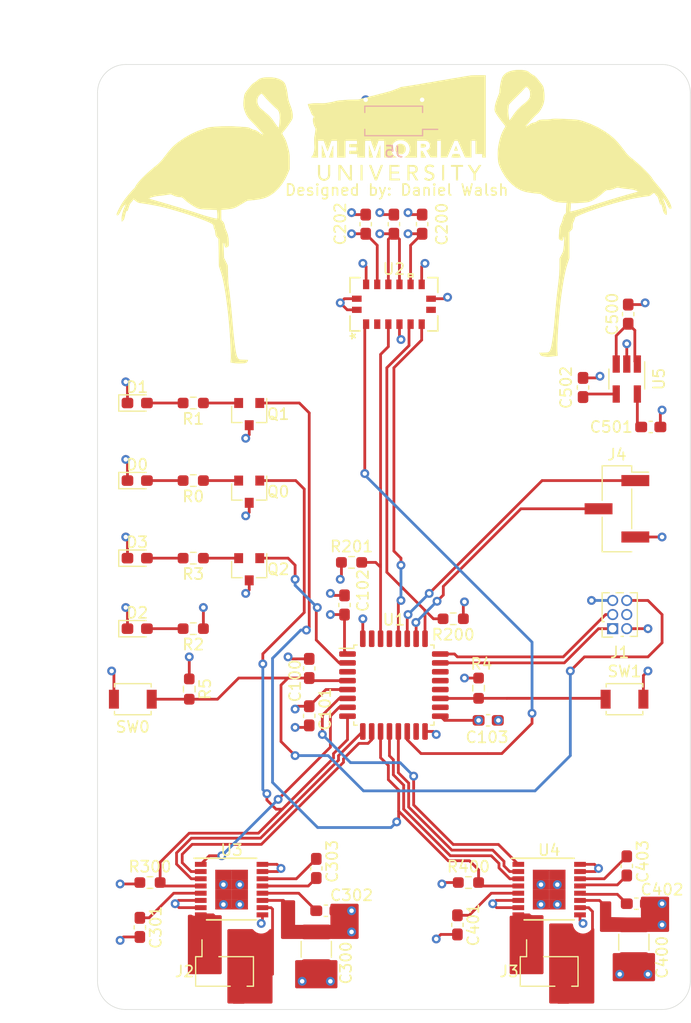
<source format=kicad_pcb>
(kicad_pcb (version 20171130) (host pcbnew "(5.1.9)-1")
  (layers (0 F.Cu signal) (1 In1.Cu power hide) (2 In2.Cu power hide) (31 B.Cu signal) (34 B.Paste user) (35 F.Paste user) (36 B.SilkS user) (37 F.SilkS user) (38 B.Mask user) (39 F.Mask user) (44 Edge.Cuts user))
  (net 0 "")
  (net 1 GND)
  (net 2 RST_SW)
  (net 3 VCC)
  (net 4 "Net-(C302-Pad1)")
  (net 5 "Net-(C303-Pad2)")
  (net 6 "Net-(C303-Pad1)")
  (net 7 "Net-(C402-Pad2)")
  (net 8 "Net-(C403-Pad2)")
  (net 9 "Net-(C403-Pad1)")
  (net 10 +3V3)
  (net 11 "Net-(D0-Pad2)")
  (net 12 "Net-(D1-Pad2)")
  (net 13 "Net-(D2-Pad2)")
  (net 14 "Net-(D3-Pad2)")
  (net 15 "Net-(J1-Pad4)")
  (net 16 PA13_SWDAT)
  (net 17 PB4_SW)
  (net 18 "Net-(U1-Pad31)")
  (net 19 "Net-(U1-Pad29)")
  (net 20 PB2_CS)
  (net 21 PA15_I2C1_SCL)
  (net 22 "Net-(U1-Pad22)")
  (net 23 "Net-(U1-Pad21)")
  (net 24 PA8_MCO)
  (net 25 PB0_RDY_INT)
  (net 26 PA6_nSLEEP)
  (net 27 PA3_nSLEEP)
  (net 28 PA1_TIM2CH2)
  (net 29 PA0_TIM2CH1)
  (net 30 "Net-(U1-Pad3)")
  (net 31 "Net-(U2-Pad7)")
  (net 32 PA14_SWCLK)
  (net 33 PB7_I2C1_SDA)
  (net 34 OUT1_MOTOR1)
  (net 35 OUT2_MOTOR1)
  (net 36 OUT1_MOTOR2)
  (net 37 OUT2_MOTOR2)
  (net 38 PB3_USART2_TX)
  (net 39 PB4_USART2_RX)
  (net 40 "Net-(Q0-Pad2)")
  (net 41 "Net-(Q1-Pad2)")
  (net 42 "Net-(Q2-Pad2)")
  (net 43 "Net-(U1-Pad20)")
  (net 44 PF0_STATUSLED)
  (net 45 PA7_PHIN2)
  (net 46 PA5_nFAULT)
  (net 47 PA4_PHIN2)
  (net 48 PA2_nFAULT)
  (net 49 "Net-(C502-Pad1)")
  (net 50 "Net-(U2-Pad2)")
  (net 51 "Net-(U1-Pad15)")
  (module Resistor_SMD:R_0603_1608Metric_Pad0.98x0.95mm_HandSolder (layer F.Cu) (at 106.3225 139.065)
    (fp_text reference R300 (at 0 -1.43) (layer F.SilkS))
    (fp_text value 10k)
    (pad 2 smd roundrect (at 0.9125 0) (size 0.975 0.95) (layers F.Cu F.Paste F.Mask) (net 48 PA2_nFAULT))
    (pad 1 smd roundrect (at -0.9125 0) (size 0.975 0.95) (layers F.Cu F.Paste F.Mask) (net 10 +3V3))
  )
  (module Resistor_SMD:R_0603_1608Metric_Pad0.98x0.95mm_HandSolder (layer F.Cu) (at 124.46 110.236)
    (fp_text reference R201 (at 0 -1.43) (layer F.SilkS))
    (fp_text value 1k)
    (pad 2 smd roundrect (at 0.9125 0) (size 0.975 0.95) (layers F.Cu F.Paste F.Mask) (net 33 PB7_I2C1_SDA))
    (pad 1 smd roundrect (at -0.9125 0) (size 0.975 0.95) (layers F.Cu F.Paste F.Mask) (net 10 +3V3))
  )
  (module Resistor_SMD:R_0603_1608Metric_Pad0.98x0.95mm_HandSolder (layer F.Cu) (at 133.604 115.316 180)
    (fp_text reference R200 (at 0 -1.43) (layer F.SilkS))
    (fp_text value 1k)
    (pad 2 smd roundrect (at 0.9125 0 180) (size 0.975 0.95) (layers F.Cu F.Paste F.Mask) (net 21 PA15_I2C1_SCL))
    (pad 1 smd roundrect (at -0.9125 0 180) (size 0.975 0.95) (layers F.Cu F.Paste F.Mask) (net 10 +3V3))
  )
  (module Package_SO:TSSOP-16-1EP_4.4x5mm_P0.65mm (layer F.Cu) (at 113.665 139.7)
    (fp_text reference U3 (at 0 -3.55) (layer F.SilkS))
    (fp_text value DRV8876NPWPT)
    (pad 17 smd rect (at -0.735 -1.3425) (size 1.47 0.895) (layers F.Cu F.Paste F.Mask) (net 1 GND))
    (pad 17 smd rect (at -0.735 -0.4475) (size 1.47 0.895) (layers F.Cu F.Paste F.Mask) (net 1 GND))
    (pad 17 smd rect (at -0.735 0.4475) (size 1.47 0.895) (layers F.Cu F.Paste F.Mask) (net 1 GND))
    (pad 17 smd rect (at -0.735 1.3425) (size 1.47 0.895) (layers F.Cu F.Paste F.Mask) (net 1 GND))
    (pad 17 smd rect (at 0.735 -1.3425) (size 1.47 0.895) (layers F.Cu F.Paste F.Mask) (net 1 GND))
    (pad 17 smd rect (at 0.735 -0.4475) (size 1.47 0.895) (layers F.Cu F.Paste F.Mask) (net 1 GND))
    (pad 17 smd rect (at 0.735 0.4475) (size 1.47 0.895) (layers F.Cu F.Paste F.Mask) (net 1 GND))
    (pad 17 smd rect (at 0.735 1.3425) (size 1.47 0.895) (layers F.Cu F.Paste F.Mask) (net 1 GND))
    (pad 16 smd rect (at 2.775 -2.275) (size 1.05 0.45) (layers F.Cu F.Paste F.Mask) (net 1 GND))
    (pad 15 smd rect (at 2.775 -1.625) (size 1.05 0.45) (layers F.Cu F.Paste F.Mask) (net 1 GND))
    (pad 14 smd rect (at 2.775 -0.975) (size 1.05 0.45) (layers F.Cu F.Paste F.Mask) (net 6 "Net-(C303-Pad1)"))
    (pad 13 smd rect (at 2.775 -0.325) (size 1.05 0.45) (layers F.Cu F.Paste F.Mask) (net 5 "Net-(C303-Pad2)"))
    (pad 12 smd rect (at 2.775 0.325) (size 1.05 0.45) (layers F.Cu F.Paste F.Mask) (net 4 "Net-(C302-Pad1)"))
    (pad 11 smd rect (at 2.775 0.975) (size 1.05 0.45) (layers F.Cu F.Paste F.Mask) (net 3 VCC))
    (pad 10 smd rect (at 2.775 1.625) (size 1.05 0.45) (layers F.Cu F.Paste F.Mask) (net 35 OUT2_MOTOR1))
    (pad 9 smd rect (at 2.775 2.275) (size 1.05 0.45) (layers F.Cu F.Paste F.Mask) (net 1 GND))
    (pad 8 smd rect (at -2.775 2.275) (size 1.05 0.45) (layers F.Cu F.Paste F.Mask) (net 34 OUT1_MOTOR1))
    (pad 7 smd rect (at -2.775 1.625) (size 1.05 0.45) (layers F.Cu F.Paste F.Mask) (net 1 GND))
    (pad 6 smd rect (at -2.775 0.975) (size 1.05 0.45) (layers F.Cu F.Paste F.Mask) (net 1 GND))
    (pad 5 smd rect (at -2.775 0.325) (size 1.05 0.45) (layers F.Cu F.Paste F.Mask) (net 3 VCC))
    (pad 4 smd rect (at -2.775 -0.325) (size 1.05 0.45) (layers F.Cu F.Paste F.Mask) (net 48 PA2_nFAULT))
    (pad 3 smd rect (at -2.775 -0.975) (size 1.05 0.45) (layers F.Cu F.Paste F.Mask) (net 27 PA3_nSLEEP))
    (pad 2 smd rect (at -2.775 -1.625) (size 1.05 0.45) (layers F.Cu F.Paste F.Mask) (net 47 PA4_PHIN2))
    (pad 1 smd rect (at -2.775 -2.275) (size 1.05 0.45) (layers F.Cu F.Paste F.Mask) (net 28 PA1_TIM2CH2))
  )
  (module Package_SO:TSSOP-16-1EP_4.4x5mm_P0.65mm (layer F.Cu) (at 142.24 139.7)
    (fp_text reference U4 (at 0 -3.55) (layer F.SilkS))
    (fp_text value DRV8876NPWPT)
    (pad 17 smd rect (at -0.735 -1.3425) (size 1.47 0.895) (layers F.Cu F.Paste F.Mask) (net 1 GND))
    (pad 17 smd rect (at -0.735 -0.4475) (size 1.47 0.895) (layers F.Cu F.Paste F.Mask) (net 1 GND))
    (pad 17 smd rect (at -0.735 0.4475) (size 1.47 0.895) (layers F.Cu F.Paste F.Mask) (net 1 GND))
    (pad 17 smd rect (at -0.735 1.3425) (size 1.47 0.895) (layers F.Cu F.Paste F.Mask) (net 1 GND))
    (pad 17 smd rect (at 0.735 -1.3425) (size 1.47 0.895) (layers F.Cu F.Paste F.Mask) (net 1 GND))
    (pad 17 smd rect (at 0.735 -0.4475) (size 1.47 0.895) (layers F.Cu F.Paste F.Mask) (net 1 GND))
    (pad 17 smd rect (at 0.735 0.4475) (size 1.47 0.895) (layers F.Cu F.Paste F.Mask) (net 1 GND))
    (pad 17 smd rect (at 0.735 1.3425) (size 1.47 0.895) (layers F.Cu F.Paste F.Mask) (net 1 GND))
    (pad 16 smd rect (at 2.775 -2.275) (size 1.05 0.45) (layers F.Cu F.Paste F.Mask) (net 1 GND))
    (pad 15 smd rect (at 2.775 -1.625) (size 1.05 0.45) (layers F.Cu F.Paste F.Mask) (net 1 GND))
    (pad 14 smd rect (at 2.775 -0.975) (size 1.05 0.45) (layers F.Cu F.Paste F.Mask) (net 9 "Net-(C403-Pad1)"))
    (pad 13 smd rect (at 2.775 -0.325) (size 1.05 0.45) (layers F.Cu F.Paste F.Mask) (net 8 "Net-(C403-Pad2)"))
    (pad 12 smd rect (at 2.775 0.325) (size 1.05 0.45) (layers F.Cu F.Paste F.Mask) (net 7 "Net-(C402-Pad2)"))
    (pad 11 smd rect (at 2.775 0.975) (size 1.05 0.45) (layers F.Cu F.Paste F.Mask) (net 3 VCC))
    (pad 10 smd rect (at 2.775 1.625) (size 1.05 0.45) (layers F.Cu F.Paste F.Mask) (net 37 OUT2_MOTOR2))
    (pad 9 smd rect (at 2.775 2.275) (size 1.05 0.45) (layers F.Cu F.Paste F.Mask) (net 1 GND))
    (pad 8 smd rect (at -2.775 2.275) (size 1.05 0.45) (layers F.Cu F.Paste F.Mask) (net 36 OUT1_MOTOR2))
    (pad 7 smd rect (at -2.775 1.625) (size 1.05 0.45) (layers F.Cu F.Paste F.Mask) (net 1 GND))
    (pad 6 smd rect (at -2.775 0.975) (size 1.05 0.45) (layers F.Cu F.Paste F.Mask) (net 1 GND))
    (pad 5 smd rect (at -2.775 0.325) (size 1.05 0.45) (layers F.Cu F.Paste F.Mask) (net 3 VCC))
    (pad 4 smd rect (at -2.775 -0.325) (size 1.05 0.45) (layers F.Cu F.Paste F.Mask) (net 46 PA5_nFAULT))
    (pad 3 smd rect (at -2.775 -0.975) (size 1.05 0.45) (layers F.Cu F.Paste F.Mask) (net 26 PA6_nSLEEP))
    (pad 2 smd rect (at -2.775 -1.625) (size 1.05 0.45) (layers F.Cu F.Paste F.Mask) (net 45 PA7_PHIN2))
    (pad 1 smd rect (at -2.775 -2.275) (size 1.05 0.45) (layers F.Cu F.Paste F.Mask) (net 29 PA0_TIM2CH1))
  )
  (module flamingo:munLogo (layer F.Cu) (at 128.524 71.12)
    (fp_text reference G*** hide)
    (fp_text value LOGO hide)
  )
  (module Capacitor_SMD:C_0603_1608Metric_Pad1.08x0.95mm_HandSolder (layer F.Cu) (at 150.0875 140.97 180)
    (fp_text reference C402 (at -2.3125 1.27) (layer F.SilkS))
    (fp_text value 0.1u)
    (pad 2 smd roundrect (at 0.8625 0 180) (size 1.075 0.95) (layers F.Cu F.Paste F.Mask) (net 7 "Net-(C402-Pad2)"))
    (pad 1 smd roundrect (at -0.8625 0 180) (size 1.075 0.95) (layers F.Cu F.Paste F.Mask) (net 3 VCC))
  )
  (module flamingo:flamingoLogo-L (layer F.Cu) (at 145.415 78.74)
    (fp_text reference G*** hide)
    (fp_text value LOGO hide)
  )
  (module flamingo:flamingoLogo-R (layer F.Cu) (at 111.125 79.375)
    (fp_text reference G*** hide)
    (fp_text value LOGO hide)
  )
  (module Connector_PinSocket_2.54mm:PinSocket_2x01_P2.54mm_Vertical_SMD (layer B.Cu) (at 128.25 70.485)
    (fp_text reference J5 (at 0 2.77) (layer B.SilkS) (effects (justify mirror)))
    (fp_text value Conn_01x02)
    (pad 2 smd rect (at -2.52 0) (size 3 1) (layers B.Cu B.Paste B.Mask) (net 1 GND))
    (pad 1 smd rect (at 2.52 0) (size 3 1) (layers B.Cu B.Paste B.Mask) (net 3 VCC))
  )
  (module Connector_PinHeader_2.54mm:PinHeader_1x03_P2.54mm_Vertical_SMD_Pin1Right (layer F.Cu) (at 148.34 105.41)
    (fp_text reference J4 (at 0 -4.87) (layer F.SilkS))
    (fp_text value Conn_01x03)
    (pad 3 smd rect (at 1.655 2.54) (size 2.51 1) (layers F.Cu F.Paste F.Mask) (net 1 GND))
    (pad 1 smd rect (at 1.655 -2.54) (size 2.51 1) (layers F.Cu F.Paste F.Mask) (net 39 PB4_USART2_RX))
    (pad 2 smd rect (at -1.655 0) (size 2.51 1) (layers F.Cu F.Paste F.Mask) (net 38 PB3_USART2_TX))
  )
  (module Resistor_SMD:R_0603_1608Metric_Pad0.98x0.95mm_HandSolder (layer F.Cu) (at 109.855 121.6425 270)
    (fp_text reference R5 (at 0 -1.43 90) (layer F.SilkS))
    (fp_text value 10k)
    (pad 2 smd roundrect (at 0.9125 0 270) (size 0.975 0.95) (layers F.Cu F.Paste F.Mask) (net 2 RST_SW))
    (pad 1 smd roundrect (at -0.9125 0 270) (size 0.975 0.95) (layers F.Cu F.Paste F.Mask) (net 10 +3V3))
  )
  (module Connector_PinHeader_2.54mm:PinHeader_1x02_P2.54mm_Vertical_SMD_Pin1Right (layer F.Cu) (at 142.24 147.07 90)
    (fp_text reference J3 (at 0 -3.6 180) (layer F.SilkS))
    (fp_text value Conn_01x02)
    (pad 1 smd rect (at 1.655 -1.27 90) (size 2.51 1) (layers F.Cu F.Paste F.Mask) (net 36 OUT1_MOTOR2))
    (pad 2 smd rect (at -1.655 1.27 90) (size 2.51 1) (layers F.Cu F.Paste F.Mask) (net 37 OUT2_MOTOR2))
  )
  (module Connector_PinHeader_2.54mm:PinHeader_1x02_P2.54mm_Vertical_SMD_Pin1Right (layer F.Cu) (at 113.03 147.07 90)
    (fp_text reference J2 (at 0 -3.6 180) (layer F.SilkS))
    (fp_text value Conn_01x02)
    (pad 1 smd rect (at 1.655 -1.27 90) (size 2.51 1) (layers F.Cu F.Paste F.Mask) (net 34 OUT1_MOTOR1))
    (pad 2 smd rect (at -1.655 1.27 90) (size 2.51 1) (layers F.Cu F.Paste F.Mask) (net 35 OUT2_MOTOR1))
  )
  (module Capacitor_SMD:C_1210_3225Metric_Pad1.33x2.70mm_HandSolder (layer F.Cu) (at 149.86 144.4375 270)
    (fp_text reference C400 (at 1.3585 -2.54 90) (layer F.SilkS))
    (fp_text value 22u)
    (pad 2 smd roundrect (at 1.5625 0 270) (size 1.325 2.7) (layers F.Cu F.Paste F.Mask) (roundrect_rratio 0.1886777358490566) (net 1 GND))
    (pad 1 smd roundrect (at -1.5625 0 270) (size 1.325 2.7) (layers F.Cu F.Paste F.Mask) (roundrect_rratio 0.1886777358490566) (net 3 VCC))
  )
  (module Capacitor_SMD:C_1210_3225Metric_Pad1.33x2.70mm_HandSolder (layer F.Cu) (at 121.285 145.0725 270)
    (fp_text reference C300 (at 1.2315 -2.667 90) (layer F.SilkS))
    (fp_text value 22u)
    (pad 2 smd roundrect (at 1.5625 0 270) (size 1.325 2.7) (layers F.Cu F.Paste F.Mask) (roundrect_rratio 0.1886777358490566) (net 1 GND))
    (pad 1 smd roundrect (at -1.5625 0 270) (size 1.325 2.7) (layers F.Cu F.Paste F.Mask) (roundrect_rratio 0.1886777358490566) (net 3 VCC))
  )
  (module Capacitor_SMD:C_0603_1608Metric_Pad1.08x0.95mm_HandSolder (layer F.Cu) (at 125.73 79.7825 90)
    (fp_text reference C202 (at 0.0265 -2.286 90) (layer F.SilkS))
    (fp_text value 1u)
    (pad 2 smd roundrect (at 0.8625 0 90) (size 1.075 0.95) (layers F.Cu F.Paste F.Mask) (net 1 GND))
    (pad 1 smd roundrect (at -0.8625 0 90) (size 1.075 0.95) (layers F.Cu F.Paste F.Mask) (net 10 +3V3))
  )
  (module Capacitor_SMD:C_0603_1608Metric_Pad1.08x0.95mm_HandSolder (layer F.Cu) (at 128.27 79.7825 90)
    (fp_text reference C201 hide)
    (fp_text value 1u)
    (pad 2 smd roundrect (at 0.8625 0 90) (size 1.075 0.95) (layers F.Cu F.Paste F.Mask) (net 1 GND))
    (pad 1 smd roundrect (at -0.8625 0 90) (size 1.075 0.95) (layers F.Cu F.Paste F.Mask) (net 10 +3V3))
  )
  (module Capacitor_SMD:C_0603_1608Metric_Pad1.08x0.95mm_HandSolder (layer F.Cu) (at 130.81 79.7825 90)
    (fp_text reference C200 (at 0 1.778 90) (layer F.SilkS))
    (fp_text value 1u)
    (pad 2 smd roundrect (at 0.8625 0 90) (size 1.075 0.95) (layers F.Cu F.Paste F.Mask) (net 1 GND))
    (pad 1 smd roundrect (at -0.8625 0 90) (size 1.075 0.95) (layers F.Cu F.Paste F.Mask) (net 10 +3V3))
  )
  (module Capacitor_SMD:C_0603_1608Metric_Pad1.08x0.95mm_HandSolder (layer F.Cu) (at 136.7525 124.46)
    (fp_text reference C103 (at -0.1005 1.524) (layer F.SilkS))
    (fp_text value 1u)
    (pad 2 smd roundrect (at 0.8625 0) (size 1.075 0.95) (layers F.Cu F.Paste F.Mask) (net 1 GND))
    (pad 1 smd roundrect (at -0.8625 0) (size 1.075 0.95) (layers F.Cu F.Paste F.Mask) (net 10 +3V3))
  )
  (module Capacitor_SMD:C_0603_1608Metric_Pad1.08x0.95mm_HandSolder (layer F.Cu) (at 123.825 114.0725 90)
    (fp_text reference C102 (at 1.2965 1.651 90) (layer F.SilkS))
    (fp_text value 1u)
    (pad 2 smd roundrect (at 0.8625 0 90) (size 1.075 0.95) (layers F.Cu F.Paste F.Mask) (net 1 GND))
    (pad 1 smd roundrect (at -0.8625 0 90) (size 1.075 0.95) (layers F.Cu F.Paste F.Mask) (net 10 +3V3))
  )
  (module Capacitor_SMD:C_0603_1608Metric_Pad1.08x0.95mm_HandSolder (layer F.Cu) (at 120.65 124.0525 270)
    (fp_text reference C101 (at -0.6085 -1.43 90) (layer F.SilkS))
    (fp_text value 1u)
    (pad 2 smd roundrect (at 0.8625 0 270) (size 1.075 0.95) (layers F.Cu F.Paste F.Mask) (net 1 GND))
    (pad 1 smd roundrect (at -0.8625 0 270) (size 1.075 0.95) (layers F.Cu F.Paste F.Mask) (net 10 +3V3))
  )
  (module Package_QFP:LQFP-32_7x7mm_P0.8mm (layer F.Cu) (at 128.27 121.285)
    (fp_text reference U1 (at 0 -5.88) (layer F.SilkS))
    (fp_text value STM32F334K8T6TR)
    (pad 32 smd roundrect (at -2.8 -4.175) (size 0.5 1.5) (layers F.Cu F.Paste F.Mask) (net 1 GND))
    (pad 31 smd roundrect (at -2 -4.175) (size 0.5 1.5) (layers F.Cu F.Paste F.Mask) (net 18 "Net-(U1-Pad31)"))
    (pad 30 smd roundrect (at -1.2 -4.175) (size 0.5 1.5) (layers F.Cu F.Paste F.Mask) (net 33 PB7_I2C1_SDA))
    (pad 29 smd roundrect (at -0.4 -4.175) (size 0.5 1.5) (layers F.Cu F.Paste F.Mask) (net 19 "Net-(U1-Pad29)"))
    (pad 28 smd roundrect (at 0.4 -4.175) (size 0.5 1.5) (layers F.Cu F.Paste F.Mask) (net 20 PB2_CS))
    (pad 27 smd roundrect (at 1.2 -4.175) (size 0.5 1.5) (layers F.Cu F.Paste F.Mask) (net 39 PB4_USART2_RX))
    (pad 26 smd roundrect (at 2 -4.175) (size 0.5 1.5) (layers F.Cu F.Paste F.Mask) (net 38 PB3_USART2_TX))
    (pad 25 smd roundrect (at 2.8 -4.175) (size 0.5 1.5) (layers F.Cu F.Paste F.Mask) (net 21 PA15_I2C1_SCL))
    (pad 24 smd roundrect (at 4.175 -2.8) (size 1.5 0.5) (layers F.Cu F.Paste F.Mask) (net 32 PA14_SWCLK))
    (pad 23 smd roundrect (at 4.175 -2) (size 1.5 0.5) (layers F.Cu F.Paste F.Mask) (net 16 PA13_SWDAT))
    (pad 22 smd roundrect (at 4.175 -1.2) (size 1.5 0.5) (layers F.Cu F.Paste F.Mask) (net 22 "Net-(U1-Pad22)"))
    (pad 21 smd roundrect (at 4.175 -0.4) (size 1.5 0.5) (layers F.Cu F.Paste F.Mask) (net 23 "Net-(U1-Pad21)"))
    (pad 20 smd roundrect (at 4.175 0.4) (size 1.5 0.5) (layers F.Cu F.Paste F.Mask) (net 43 "Net-(U1-Pad20)"))
    (pad 19 smd roundrect (at 4.175 1.2) (size 1.5 0.5) (layers F.Cu F.Paste F.Mask) (net 17 PB4_SW))
    (pad 18 smd roundrect (at 4.175 2) (size 1.5 0.5) (layers F.Cu F.Paste F.Mask) (net 24 PA8_MCO))
    (pad 17 smd roundrect (at 4.175 2.8) (size 1.5 0.5) (layers F.Cu F.Paste F.Mask) (net 10 +3V3))
    (pad 16 smd roundrect (at 2.8 4.175) (size 0.5 1.5) (layers F.Cu F.Paste F.Mask) (net 1 GND))
    (pad 15 smd roundrect (at 2 4.175) (size 0.5 1.5) (layers F.Cu F.Paste F.Mask) (net 51 "Net-(U1-Pad15)"))
    (pad 14 smd roundrect (at 1.2 4.175) (size 0.5 1.5) (layers F.Cu F.Paste F.Mask) (net 25 PB0_RDY_INT))
    (pad 13 smd roundrect (at 0.4 4.175) (size 0.5 1.5) (layers F.Cu F.Paste F.Mask) (net 45 PA7_PHIN2))
    (pad 12 smd roundrect (at -0.4 4.175) (size 0.5 1.5) (layers F.Cu F.Paste F.Mask) (net 26 PA6_nSLEEP))
    (pad 11 smd roundrect (at -1.2 4.175) (size 0.5 1.5) (layers F.Cu F.Paste F.Mask) (net 46 PA5_nFAULT))
    (pad 10 smd roundrect (at -2 4.175) (size 0.5 1.5) (layers F.Cu F.Paste F.Mask) (net 47 PA4_PHIN2))
    (pad 9 smd roundrect (at -2.8 4.175) (size 0.5 1.5) (layers F.Cu F.Paste F.Mask) (net 27 PA3_nSLEEP))
    (pad 8 smd roundrect (at -4.175 2.8) (size 1.5 0.5) (layers F.Cu F.Paste F.Mask) (net 48 PA2_nFAULT))
    (pad 7 smd roundrect (at -4.175 2) (size 1.5 0.5) (layers F.Cu F.Paste F.Mask) (net 28 PA1_TIM2CH2))
    (pad 6 smd roundrect (at -4.175 1.2) (size 1.5 0.5) (layers F.Cu F.Paste F.Mask) (net 29 PA0_TIM2CH1))
    (pad 5 smd roundrect (at -4.175 0.4) (size 1.5 0.5) (layers F.Cu F.Paste F.Mask) (net 10 +3V3))
    (pad 4 smd roundrect (at -4.175 -0.4) (size 1.5 0.5) (layers F.Cu F.Paste F.Mask) (net 2 RST_SW))
    (pad 3 smd roundrect (at -4.175 -1.2) (size 1.5 0.5) (layers F.Cu F.Paste F.Mask) (net 30 "Net-(U1-Pad3)"))
    (pad 2 smd roundrect (at -4.175 -2) (size 1.5 0.5) (layers F.Cu F.Paste F.Mask) (net 44 PF0_STATUSLED))
    (pad 1 smd roundrect (at -4.175 -2.8) (size 1.5 0.5) (layers F.Cu F.Paste F.Mask) (net 10 +3V3))
  )
  (module Package_TO_SOT_SMD:SOT-23 (layer F.Cu) (at 115.25 110.855 270)
    (fp_text reference Q2 (at 0 -2.606 180) (layer F.SilkS))
    (fp_text value Q_PMOS_GSD)
    (pad 3 smd rect (at 1 0 270) (size 0.9 0.8) (layers F.Cu F.Paste F.Mask) (net 10 +3V3))
    (pad 2 smd rect (at -1 0.95 270) (size 0.9 0.8) (layers F.Cu F.Paste F.Mask) (net 42 "Net-(Q2-Pad2)"))
    (pad 1 smd rect (at -1 -0.95 270) (size 0.9 0.8) (layers F.Cu F.Paste F.Mask) (net 44 PF0_STATUSLED))
  )
  (module Package_TO_SOT_SMD:SOT-23-5_HandSoldering (layer F.Cu) (at 149.225 93.726 270)
    (fp_text reference U5 (at 0 -2.9 90) (layer F.SilkS))
    (fp_text value LP2985AIM5-3.3_NOPB)
    (pad 5 smd rect (at 1.35 -0.95 270) (size 1.56 0.65) (layers F.Cu F.Paste F.Mask) (net 10 +3V3))
    (pad 4 smd rect (at 1.35 0.95 270) (size 1.56 0.65) (layers F.Cu F.Paste F.Mask) (net 49 "Net-(C502-Pad1)"))
    (pad 3 smd rect (at -1.35 0.95 270) (size 1.56 0.65) (layers F.Cu F.Paste F.Mask) (net 3 VCC))
    (pad 2 smd rect (at -1.35 0 270) (size 1.56 0.65) (layers F.Cu F.Paste F.Mask) (net 1 GND))
    (pad 1 smd rect (at -1.35 -0.95 270) (size 1.56 0.65) (layers F.Cu F.Paste F.Mask) (net 3 VCC))
  )
  (module STMDownloads:LIS3LV02DL (layer F.Cu) (at 128.27 86.995 90)
    (fp_text reference U2 (at 3.175 0 180) (layer F.SilkS))
    (fp_text value LIS3LV02DLTR hide)
    (fp_text user * (at -2.8575 -3.381 90) (layer F.SilkS))
    (fp_text user * (at -2.8575 -3.381 90) (layer F.SilkS))
    (pad 16 smd rect (at -0.499999 -3.3401 90) (size 0.5588 0.8636) (layers F.Cu F.Paste F.Mask) (net 1 GND))
    (pad 15 smd rect (at 0.499999 -3.3401 90) (size 0.5588 0.8636) (layers F.Cu F.Paste F.Mask) (net 1 GND))
    (pad 14 smd rect (at 1.7907 -2.5 180) (size 0.5588 0.8636) (layers F.Cu F.Paste F.Mask) (net 1 GND))
    (pad 13 smd rect (at 1.7907 -1.5 180) (size 0.5588 0.8636) (layers F.Cu F.Paste F.Mask) (net 10 +3V3))
    (pad 12 smd rect (at 1.7907 -0.499999 180) (size 0.5588 0.8636) (layers F.Cu F.Paste F.Mask) (net 10 +3V3))
    (pad 11 smd rect (at 1.7907 0.499999 180) (size 0.5588 0.8636) (layers F.Cu F.Paste F.Mask) (net 10 +3V3))
    (pad 10 smd rect (at 1.7907 1.5 180) (size 0.5588 0.8636) (layers F.Cu F.Paste F.Mask) (net 10 +3V3))
    (pad 9 smd rect (at 1.7907 2.5 180) (size 0.5588 0.8636) (layers F.Cu F.Paste F.Mask) (net 1 GND))
    (pad 8 smd rect (at 0.499999 3.3401 90) (size 0.5588 0.8636) (layers F.Cu F.Paste F.Mask) (net 1 GND))
    (pad 7 smd rect (at -0.499999 3.3401 90) (size 0.5588 0.8636) (layers F.Cu F.Paste F.Mask) (net 31 "Net-(U2-Pad7)"))
    (pad 6 smd rect (at -1.7907 2.5 180) (size 0.5588 0.8636) (layers F.Cu F.Paste F.Mask) (net 20 PB2_CS))
    (pad 5 smd rect (at -1.7907 1.5 180) (size 0.5588 0.8636) (layers F.Cu F.Paste F.Mask) (net 21 PA15_I2C1_SCL))
    (pad 4 smd rect (at -1.7907 0.499999 180) (size 0.5588 0.8636) (layers F.Cu F.Paste F.Mask) (net 10 +3V3))
    (pad 3 smd rect (at -1.7907 -0.499999 180) (size 0.5588 0.8636) (layers F.Cu F.Paste F.Mask) (net 33 PB7_I2C1_SDA))
    (pad 2 smd rect (at -1.7907 -1.5 180) (size 0.5588 0.8636) (layers F.Cu F.Paste F.Mask) (net 50 "Net-(U2-Pad2)"))
    (pad 1 smd rect (at -1.7907 -2.5 180) (size 0.5588 0.8636) (layers F.Cu F.Paste F.Mask) (net 25 PB0_RDY_INT))
  )
  (module Button_Switch_SMD:SW_SPST_B3U-1000P (layer F.Cu) (at 149.02 122.555)
    (fp_text reference SW1 (at 0 -2.5) (layer F.SilkS))
    (fp_text value SW)
    (pad 2 smd rect (at 1.7 0) (size 0.9 1.7) (layers F.Cu F.Paste F.Mask) (net 1 GND))
    (pad 1 smd rect (at -1.7 0) (size 0.9 1.7) (layers F.Cu F.Paste F.Mask) (net 17 PB4_SW))
  )
  (module Button_Switch_SMD:SW_SPST_B3U-1000P (layer F.Cu) (at 104.775 122.555 180)
    (fp_text reference SW0 (at 0 -2.5) (layer F.SilkS))
    (fp_text value SW)
    (pad 2 smd rect (at 1.7 0 180) (size 0.9 1.7) (layers F.Cu F.Paste F.Mask) (net 1 GND))
    (pad 1 smd rect (at -1.7 0 180) (size 0.9 1.7) (layers F.Cu F.Paste F.Mask) (net 2 RST_SW))
  )
  (module Resistor_SMD:R_0603_1608Metric_Pad0.98x0.95mm_HandSolder (layer F.Cu) (at 134.9775 139.065)
    (fp_text reference R400 (at 0 -1.43) (layer F.SilkS))
    (fp_text value 10k)
    (pad 2 smd roundrect (at 0.9125 0) (size 0.975 0.95) (layers F.Cu F.Paste F.Mask) (net 46 PA5_nFAULT))
    (pad 1 smd roundrect (at -0.9125 0) (size 0.975 0.95) (layers F.Cu F.Paste F.Mask) (net 10 +3V3))
  )
  (module Resistor_SMD:R_0603_1608Metric_Pad0.98x0.95mm_HandSolder (layer F.Cu) (at 135.89 121.5625 270)
    (fp_text reference R4 (at -2.1825 -0.254 180) (layer F.SilkS))
    (fp_text value 10k)
    (pad 2 smd roundrect (at 0.9125 0 270) (size 0.975 0.95) (layers F.Cu F.Paste F.Mask) (net 17 PB4_SW))
    (pad 1 smd roundrect (at -0.9125 0 270) (size 0.975 0.95) (layers F.Cu F.Paste F.Mask) (net 10 +3V3))
  )
  (module Resistor_SMD:R_0603_1608Metric_Pad0.98x0.95mm_HandSolder (layer F.Cu) (at 110.2125 109.855 180)
    (fp_text reference R3 (at 0 -1.43) (layer F.SilkS))
    (fp_text value 10k)
    (pad 2 smd roundrect (at 0.9125 0 180) (size 0.975 0.95) (layers F.Cu F.Paste F.Mask) (net 14 "Net-(D3-Pad2)"))
    (pad 1 smd roundrect (at -0.9125 0 180) (size 0.975 0.95) (layers F.Cu F.Paste F.Mask) (net 42 "Net-(Q2-Pad2)"))
  )
  (module Resistor_SMD:R_0603_1608Metric_Pad0.98x0.95mm_HandSolder (layer F.Cu) (at 110.2125 116.205 180)
    (fp_text reference R2 (at 0 -1.43) (layer F.SilkS))
    (fp_text value 10k)
    (pad 2 smd roundrect (at 0.9125 0 180) (size 0.975 0.95) (layers F.Cu F.Paste F.Mask) (net 13 "Net-(D2-Pad2)"))
    (pad 1 smd roundrect (at -0.9125 0 180) (size 0.975 0.95) (layers F.Cu F.Paste F.Mask) (net 10 +3V3))
  )
  (module Resistor_SMD:R_0603_1608Metric_Pad0.98x0.95mm_HandSolder (layer F.Cu) (at 110.2125 95.885 180)
    (fp_text reference R1 (at 0 -1.43) (layer F.SilkS))
    (fp_text value 10k)
    (pad 2 smd roundrect (at 0.9125 0 180) (size 0.975 0.95) (layers F.Cu F.Paste F.Mask) (net 12 "Net-(D1-Pad2)"))
    (pad 1 smd roundrect (at -0.9125 0 180) (size 0.975 0.95) (layers F.Cu F.Paste F.Mask) (net 41 "Net-(Q1-Pad2)"))
  )
  (module Resistor_SMD:R_0603_1608Metric_Pad0.98x0.95mm_HandSolder (layer F.Cu) (at 110.2125 102.87 180)
    (fp_text reference R0 (at 0 -1.43) (layer F.SilkS))
    (fp_text value 10k)
    (pad 2 smd roundrect (at 0.9125 0 180) (size 0.975 0.95) (layers F.Cu F.Paste F.Mask) (net 11 "Net-(D0-Pad2)"))
    (pad 1 smd roundrect (at -0.9125 0 180) (size 0.975 0.95) (layers F.Cu F.Paste F.Mask) (net 40 "Net-(Q0-Pad2)"))
  )
  (module Package_TO_SOT_SMD:SOT-23 (layer F.Cu) (at 115.25 96.885 270)
    (fp_text reference Q1 (at 0 -2.606 180) (layer F.SilkS))
    (fp_text value Q_PMOS_GSD)
    (pad 3 smd rect (at 1 0 270) (size 0.9 0.8) (layers F.Cu F.Paste F.Mask) (net 10 +3V3))
    (pad 2 smd rect (at -1 0.95 270) (size 0.9 0.8) (layers F.Cu F.Paste F.Mask) (net 41 "Net-(Q1-Pad2)"))
    (pad 1 smd rect (at -1 -0.95 270) (size 0.9 0.8) (layers F.Cu F.Paste F.Mask) (net 46 PA5_nFAULT))
  )
  (module Package_TO_SOT_SMD:SOT-23 (layer F.Cu) (at 115.25 103.87 270)
    (fp_text reference Q0 (at 0 -2.606 180) (layer F.SilkS))
    (fp_text value Q_PMOS_GSD)
    (pad 3 smd rect (at 1 0 270) (size 0.9 0.8) (layers F.Cu F.Paste F.Mask) (net 10 +3V3))
    (pad 2 smd rect (at -1 0.95 270) (size 0.9 0.8) (layers F.Cu F.Paste F.Mask) (net 40 "Net-(Q0-Pad2)"))
    (pad 1 smd rect (at -1 -0.95 270) (size 0.9 0.8) (layers F.Cu F.Paste F.Mask) (net 48 PA2_nFAULT))
  )
  (module Connector_PinSocket_1.27mm:PinSocket_2x03_P1.27mm_Vertical (layer F.Cu) (at 147.955 116.205 180)
    (fp_text reference J1 (at -0.635 -2.135) (layer F.SilkS))
    (fp_text value SWD)
    (pad 6 thru_hole oval (at -1.27 2.54 180) (size 1 1) (drill 0.7) (layers *.Cu *.Mask) (net 2 RST_SW))
    (pad 5 thru_hole oval (at 0 2.54 180) (size 1 1) (drill 0.7) (layers *.Cu *.Mask) (net 10 +3V3))
    (pad 4 thru_hole oval (at -1.27 1.27 180) (size 1 1) (drill 0.7) (layers *.Cu *.Mask) (net 15 "Net-(J1-Pad4)"))
    (pad 3 thru_hole oval (at 0 1.27 180) (size 1 1) (drill 0.7) (layers *.Cu *.Mask) (net 32 PA14_SWCLK))
    (pad 2 thru_hole oval (at -1.27 0 180) (size 1 1) (drill 0.7) (layers *.Cu *.Mask) (net 1 GND))
    (pad 1 thru_hole rect (at 0 0 180) (size 1 1) (drill 0.7) (layers *.Cu *.Mask) (net 16 PA13_SWDAT))
  )
  (module LED_SMD:LED_0603_1608Metric_Pad1.05x0.95mm_HandSolder (layer F.Cu) (at 105.17 109.855)
    (fp_text reference D3 (at 0 -1.43) (layer F.SilkS))
    (fp_text value LED)
    (pad 2 smd roundrect (at 0.875 0) (size 1.05 0.95) (layers F.Cu F.Paste F.Mask) (net 14 "Net-(D3-Pad2)"))
    (pad 1 smd roundrect (at -0.875 0) (size 1.05 0.95) (layers F.Cu F.Paste F.Mask) (net 1 GND))
  )
  (module LED_SMD:LED_0603_1608Metric_Pad1.05x0.95mm_HandSolder (layer F.Cu) (at 105.17 116.205)
    (fp_text reference D2 (at 0 -1.43) (layer F.SilkS))
    (fp_text value LED)
    (pad 2 smd roundrect (at 0.875 0) (size 1.05 0.95) (layers F.Cu F.Paste F.Mask) (net 13 "Net-(D2-Pad2)"))
    (pad 1 smd roundrect (at -0.875 0) (size 1.05 0.95) (layers F.Cu F.Paste F.Mask) (net 1 GND))
  )
  (module LED_SMD:LED_0603_1608Metric_Pad1.05x0.95mm_HandSolder (layer F.Cu) (at 105.17 95.885)
    (fp_text reference D1 (at 0 -1.43) (layer F.SilkS))
    (fp_text value LED)
    (pad 2 smd roundrect (at 0.875 0) (size 1.05 0.95) (layers F.Cu F.Paste F.Mask) (net 12 "Net-(D1-Pad2)"))
    (pad 1 smd roundrect (at -0.875 0) (size 1.05 0.95) (layers F.Cu F.Paste F.Mask) (net 1 GND))
  )
  (module LED_SMD:LED_0603_1608Metric_Pad1.05x0.95mm_HandSolder (layer F.Cu) (at 105.17 102.87)
    (fp_text reference D0 (at 0 -1.43) (layer F.SilkS))
    (fp_text value LED)
    (pad 2 smd roundrect (at 0.875 0) (size 1.05 0.95) (layers F.Cu F.Paste F.Mask) (net 11 "Net-(D0-Pad2)"))
    (pad 1 smd roundrect (at -0.875 0) (size 1.05 0.95) (layers F.Cu F.Paste F.Mask) (net 1 GND))
  )
  (module Capacitor_SMD:C_0603_1608Metric_Pad1.08x0.95mm_HandSolder (layer F.Cu) (at 145.288 94.488 90)
    (fp_text reference C502 (at 0 -1.524 90) (layer F.SilkS))
    (fp_text value 0.01u)
    (pad 2 smd roundrect (at 0.8625 0 90) (size 1.075 0.95) (layers F.Cu F.Paste F.Mask) (net 1 GND))
    (pad 1 smd roundrect (at -0.8625 0 90) (size 1.075 0.95) (layers F.Cu F.Paste F.Mask) (net 49 "Net-(C502-Pad1)"))
  )
  (module Capacitor_SMD:C_0603_1608Metric_Pad1.08x0.95mm_HandSolder (layer F.Cu) (at 151.384 98.044)
    (fp_text reference C501 (at -3.556 0) (layer F.SilkS))
    (fp_text value 2.2u)
    (pad 2 smd roundrect (at 0.8625 0) (size 1.075 0.95) (layers F.Cu F.Paste F.Mask) (net 1 GND))
    (pad 1 smd roundrect (at -0.8625 0) (size 1.075 0.95) (layers F.Cu F.Paste F.Mask) (net 10 +3V3))
  )
  (module Capacitor_SMD:C_0603_1608Metric_Pad1.08x0.95mm_HandSolder (layer F.Cu) (at 149.352 87.884 90)
    (fp_text reference C500 (at 0 -1.43 90) (layer F.SilkS))
    (fp_text value 1u)
    (pad 2 smd roundrect (at 0.8625 0 90) (size 1.075 0.95) (layers F.Cu F.Paste F.Mask) (net 1 GND))
    (pad 1 smd roundrect (at -0.8625 0 90) (size 1.075 0.95) (layers F.Cu F.Paste F.Mask) (net 3 VCC))
  )
  (module Capacitor_SMD:C_0603_1608Metric_Pad1.08x0.95mm_HandSolder (layer F.Cu) (at 149.225 137.5675 270)
    (fp_text reference C403 (at -0.4075 -1.43 90) (layer F.SilkS))
    (fp_text value 0.022u)
    (pad 2 smd roundrect (at 0.8625 0 270) (size 1.075 0.95) (layers F.Cu F.Paste F.Mask) (net 8 "Net-(C403-Pad2)"))
    (pad 1 smd roundrect (at -0.8625 0 270) (size 1.075 0.95) (layers F.Cu F.Paste F.Mask) (net 9 "Net-(C403-Pad1)"))
  )
  (module Capacitor_SMD:C_0603_1608Metric_Pad1.08x0.95mm_HandSolder (layer F.Cu) (at 133.985 142.875 270)
    (fp_text reference C401 (at 0 -1.43 90) (layer F.SilkS))
    (fp_text value 0.1u)
    (pad 2 smd roundrect (at 0.8625 0 270) (size 1.075 0.95) (layers F.Cu F.Paste F.Mask) (net 1 GND))
    (pad 1 smd roundrect (at -0.8625 0 270) (size 1.075 0.95) (layers F.Cu F.Paste F.Mask) (net 3 VCC))
  )
  (module Capacitor_SMD:C_0603_1608Metric_Pad1.08x0.95mm_HandSolder (layer F.Cu) (at 121.285 137.795 270)
    (fp_text reference C303 (at -0.635 -1.43 90) (layer F.SilkS))
    (fp_text value 0.022u)
    (pad 2 smd roundrect (at 0.8625 0 270) (size 1.075 0.95) (layers F.Cu F.Paste F.Mask) (net 5 "Net-(C303-Pad2)"))
    (pad 1 smd roundrect (at -0.8625 0 270) (size 1.075 0.95) (layers F.Cu F.Paste F.Mask) (net 6 "Net-(C303-Pad1)"))
  )
  (module Capacitor_SMD:C_0603_1608Metric_Pad1.08x0.95mm_HandSolder (layer F.Cu) (at 122.1475 141.605)
    (fp_text reference C302 (at 2.3125 -1.397) (layer F.SilkS))
    (fp_text value 0.1u)
    (pad 2 smd roundrect (at 0.8625 0) (size 1.075 0.95) (layers F.Cu F.Paste F.Mask) (net 3 VCC))
    (pad 1 smd roundrect (at -0.8625 0) (size 1.075 0.95) (layers F.Cu F.Paste F.Mask) (net 4 "Net-(C302-Pad1)"))
  )
  (module Capacitor_SMD:C_0603_1608Metric_Pad1.08x0.95mm_HandSolder (layer F.Cu) (at 105.41 143.1025 270)
    (fp_text reference C301 (at 0 -1.43 90) (layer F.SilkS))
    (fp_text value 0.1u)
    (pad 2 smd roundrect (at 0.8625 0 270) (size 1.075 0.95) (layers F.Cu F.Paste F.Mask) (net 1 GND))
    (pad 1 smd roundrect (at -0.8625 0 270) (size 1.075 0.95) (layers F.Cu F.Paste F.Mask) (net 3 VCC))
  )
  (module Capacitor_SMD:C_0603_1608Metric_Pad1.08x0.95mm_HandSolder (layer F.Cu) (at 120.65 119.7875 90)
    (fp_text reference C100 (at -1.1165 -1.27 90) (layer F.SilkS))
    (fp_text value 0.1u)
    (pad 2 smd roundrect (at 0.8625 0 90) (size 1.075 0.95) (layers F.Cu F.Paste F.Mask) (net 1 GND))
    (pad 1 smd roundrect (at -0.8625 0 90) (size 1.075 0.95) (layers F.Cu F.Paste F.Mask) (net 2 RST_SW))
  )
  (gr_text "Designed by: Daniel Walsh" (at 128.524 76.708) (layer F.SilkS) (effects (font (size 1 1))))
  (gr_arc (start 152.4 147.955) (end 152.4 150.495) (angle -90) (layer Edge.Cuts) (width 0.05))
  (gr_arc (start 104.14 147.955) (end 101.6 147.955) (angle -90) (layer Edge.Cuts) (width 0.05))
  (gr_arc (start 152.4 67.945) (end 154.94 67.945) (angle -90) (layer Edge.Cuts) (width 0.05))
  (gr_arc (start 104.14 67.945) (end 104.14 65.405) (angle -90) (layer Edge.Cuts) (width 0.05))
  (gr_line (start 152.4 65.405) (end 104.14 65.405) (layer Edge.Cuts) (width 0.05))
  (gr_line (start 154.94 147.955) (end 154.94 67.945) (layer Edge.Cuts) (width 0.05))
  (gr_line (start 104.14 150.495) (end 152.4 150.495) (layer Edge.Cuts) (width 0.05))
  (gr_line (start 101.6 67.945) (end 101.6 147.955) (layer Edge.Cuts) (width 0.05))
  (via (at 137.668 124.46) (size 0.8) (drill 0.4) (layers F.Cu B.Cu) (net 1))
  (via (at 122.555 147.955) (size 0.8) (drill 0.4) (layers F.Cu B.Cu) (net 1))
  (via (at 120.015 147.955) (size 0.8) (drill 0.4) (layers F.Cu B.Cu) (net 1))
  (via (at 152.4 107.95) (size 0.8) (drill 0.4) (layers F.Cu B.Cu) (net 1))
  (via (at 151.13 116.205) (size 0.8) (drill 0.4) (layers F.Cu B.Cu) (net 1))
  (via (at 122.555 113.03) (size 0.8) (drill 0.4) (layers F.Cu B.Cu) (net 1))
  (via (at 124.46 78.74) (size 0.8) (drill 0.4) (layers F.Cu B.Cu) (net 1))
  (via (at 127 78.74) (size 0.8) (drill 0.4) (layers F.Cu B.Cu) (net 1))
  (via (at 129.54 78.74) (size 0.8) (drill 0.4) (layers F.Cu B.Cu) (net 1))
  (via (at 119.38 125.095) (size 0.8) (drill 0.4) (layers F.Cu B.Cu) (net 1))
  (via (at 102.87 120.015) (size 0.8) (drill 0.4) (layers F.Cu B.Cu) (net 1))
  (via (at 149.225 90.551) (size 0.8) (drill 0.4) (layers F.Cu B.Cu) (net 1))
  (via (at 104.14 107.95) (size 0.8) (drill 0.4) (layers F.Cu B.Cu) (net 1))
  (via (at 104.14 114.3) (size 0.8) (drill 0.4) (layers F.Cu B.Cu) (net 1))
  (via (at 104.14 93.98) (size 0.8) (drill 0.4) (layers F.Cu B.Cu) (net 1))
  (via (at 104.14 100.965) (size 0.8) (drill 0.4) (layers F.Cu B.Cu) (net 1))
  (segment (start 104.295 108.105) (end 104.14 107.95) (width 0.25) (layer F.Cu) (net 1))
  (segment (start 104.295 109.855) (end 104.295 108.105) (width 0.25) (layer F.Cu) (net 1))
  (segment (start 104.295 114.455) (end 104.14 114.3) (width 0.25) (layer F.Cu) (net 1))
  (segment (start 104.295 116.205) (end 104.295 114.455) (width 0.25) (layer F.Cu) (net 1))
  (segment (start 104.295 94.135) (end 104.14 93.98) (width 0.25) (layer F.Cu) (net 1))
  (segment (start 104.295 95.885) (end 104.295 94.135) (width 0.25) (layer F.Cu) (net 1))
  (segment (start 104.295 101.12) (end 104.14 100.965) (width 0.25) (layer F.Cu) (net 1))
  (segment (start 104.295 102.87) (end 104.295 101.12) (width 0.25) (layer F.Cu) (net 1))
  (via (at 151.13 120.015) (size 0.8) (drill 0.4) (layers F.Cu B.Cu) (net 1))
  (segment (start 150.72 120.425) (end 151.13 120.015) (width 0.25) (layer F.Cu) (net 1))
  (segment (start 150.72 122.555) (end 150.72 120.425) (width 0.25) (layer F.Cu) (net 1))
  (segment (start 103.075 120.22) (end 102.87 120.015) (width 0.25) (layer F.Cu) (net 1))
  (segment (start 103.075 122.555) (end 103.075 120.22) (width 0.25) (layer F.Cu) (net 1))
  (segment (start 149.225 92.376) (end 149.225 90.551) (width 0.25) (layer F.Cu) (net 1))
  (segment (start 120.47 125.095) (end 120.65 124.915) (width 0.25) (layer F.Cu) (net 1))
  (segment (start 119.38 125.095) (end 120.47 125.095) (width 0.25) (layer F.Cu) (net 1))
  (via (at 132.08 125.73) (size 0.8) (drill 0.4) (layers F.Cu B.Cu) (net 1))
  (segment (start 131.81 125.46) (end 132.08 125.73) (width 0.25) (layer F.Cu) (net 1))
  (segment (start 131.07 125.46) (end 131.81 125.46) (width 0.25) (layer F.Cu) (net 1))
  (segment (start 124.64 78.92) (end 124.46 78.74) (width 0.25) (layer F.Cu) (net 1))
  (segment (start 125.73 78.92) (end 124.64 78.92) (width 0.25) (layer F.Cu) (net 1))
  (segment (start 127.18 78.92) (end 127 78.74) (width 0.25) (layer F.Cu) (net 1))
  (segment (start 128.27 78.92) (end 127.18 78.92) (width 0.25) (layer F.Cu) (net 1))
  (segment (start 129.72 78.92) (end 129.54 78.74) (width 0.25) (layer F.Cu) (net 1))
  (segment (start 130.81 78.92) (end 129.72 78.92) (width 0.25) (layer F.Cu) (net 1))
  (segment (start 122.735 113.21) (end 122.555 113.03) (width 0.25) (layer F.Cu) (net 1))
  (segment (start 123.825 113.21) (end 122.735 113.21) (width 0.25) (layer F.Cu) (net 1))
  (segment (start 149.225 116.205) (end 151.13 116.205) (width 0.25) (layer F.Cu) (net 1))
  (segment (start 149.995 107.95) (end 152.4 107.95) (width 0.25) (layer F.Cu) (net 1))
  (via (at 125.73 68.58) (size 0.8) (drill 0.4) (layers F.Cu B.Cu) (net 1))
  (segment (start 125.73 70.485) (end 125.73 68.58) (width 0.25) (layer B.Cu) (net 1))
  (via (at 118.745 118.745) (size 0.8) (drill 0.4) (layers F.Cu B.Cu) (net 1))
  (segment (start 118.925 118.925) (end 118.745 118.745) (width 0.25) (layer F.Cu) (net 1))
  (segment (start 120.65 118.925) (end 118.925 118.925) (width 0.25) (layer F.Cu) (net 1))
  (via (at 132.08 144.145) (size 0.8) (drill 0.4) (layers F.Cu B.Cu) (net 1))
  (segment (start 132.4875 143.7375) (end 132.08 144.145) (width 0.25) (layer F.Cu) (net 1))
  (segment (start 133.985 143.7375) (end 132.4875 143.7375) (width 0.25) (layer F.Cu) (net 1))
  (via (at 137.16 140.97) (size 0.8) (drill 0.4) (layers F.Cu B.Cu) (net 1))
  (segment (start 137.455 140.675) (end 137.16 140.97) (width 0.25) (layer F.Cu) (net 1))
  (segment (start 139.3775 140.675) (end 137.455 140.675) (width 0.25) (layer F.Cu) (net 1))
  (segment (start 137.515 141.325) (end 137.16 140.97) (width 0.25) (layer F.Cu) (net 1))
  (segment (start 139.3775 141.325) (end 137.515 141.325) (width 0.25) (layer F.Cu) (net 1))
  (via (at 146.685 137.795) (size 0.8) (drill 0.4) (layers F.Cu B.Cu) (net 1))
  (segment (start 146.315 137.425) (end 146.685 137.795) (width 0.25) (layer F.Cu) (net 1))
  (segment (start 145.1025 137.425) (end 146.315 137.425) (width 0.25) (layer F.Cu) (net 1))
  (segment (start 146.405 138.075) (end 146.685 137.795) (width 0.25) (layer F.Cu) (net 1))
  (segment (start 145.1025 138.075) (end 146.405 138.075) (width 0.25) (layer F.Cu) (net 1))
  (via (at 118.11 137.795) (size 0.8) (drill 0.4) (layers F.Cu B.Cu) (net 1))
  (segment (start 117.74 137.425) (end 118.11 137.795) (width 0.25) (layer F.Cu) (net 1))
  (segment (start 116.5275 137.425) (end 117.74 137.425) (width 0.25) (layer F.Cu) (net 1))
  (segment (start 117.83 138.075) (end 118.11 137.795) (width 0.25) (layer F.Cu) (net 1))
  (segment (start 116.5275 138.075) (end 117.83 138.075) (width 0.25) (layer F.Cu) (net 1))
  (via (at 108.585 140.97) (size 0.8) (drill 0.4) (layers F.Cu B.Cu) (net 1))
  (segment (start 108.88 140.675) (end 108.585 140.97) (width 0.25) (layer F.Cu) (net 1))
  (segment (start 110.8025 140.675) (end 108.88 140.675) (width 0.25) (layer F.Cu) (net 1))
  (segment (start 108.94 141.325) (end 108.585 140.97) (width 0.25) (layer F.Cu) (net 1))
  (segment (start 110.8025 141.325) (end 108.94 141.325) (width 0.25) (layer F.Cu) (net 1))
  (via (at 116.332 142.748) (size 0.8) (drill 0.4) (layers F.Cu B.Cu) (net 1))
  (via (at 148.59 147.32) (size 0.8) (drill 0.4) (layers F.Cu B.Cu) (net 1))
  (via (at 151.13 147.32) (size 0.8) (drill 0.4) (layers F.Cu B.Cu) (net 1))
  (via (at 131.064 83.312) (size 0.8) (drill 0.4) (layers F.Cu B.Cu) (net 1))
  (segment (start 130.77 83.606) (end 131.064 83.312) (width 0.25) (layer F.Cu) (net 1))
  (segment (start 130.77 85.2043) (end 130.77 83.606) (width 0.25) (layer F.Cu) (net 1))
  (via (at 125.476 83.312) (size 0.8) (drill 0.4) (layers F.Cu B.Cu) (net 1))
  (segment (start 125.77 83.606) (end 125.476 83.312) (width 0.25) (layer F.Cu) (net 1))
  (segment (start 125.77 85.2043) (end 125.77 83.606) (width 0.25) (layer F.Cu) (net 1))
  (segment (start 123.816999 86.495001) (end 123.444 86.868) (width 0.25) (layer F.Cu) (net 1))
  (via (at 123.444 86.868) (size 0.8) (drill 0.4) (layers F.Cu B.Cu) (net 1))
  (segment (start 124.9299 86.495001) (end 123.816999 86.495001) (width 0.25) (layer F.Cu) (net 1))
  (segment (start 124.070999 87.494999) (end 123.444 86.868) (width 0.25) (layer F.Cu) (net 1))
  (segment (start 124.9299 87.494999) (end 124.070999 87.494999) (width 0.25) (layer F.Cu) (net 1))
  (via (at 125.476 115.316) (size 0.8) (drill 0.4) (layers F.Cu B.Cu) (net 1))
  (segment (start 125.47 115.322) (end 125.476 115.316) (width 0.25) (layer F.Cu) (net 1))
  (segment (start 125.47 117.11) (end 125.47 115.322) (width 0.25) (layer F.Cu) (net 1))
  (via (at 103.632 144.272) (size 0.8) (drill 0.4) (layers F.Cu B.Cu) (net 1))
  (segment (start 103.939 143.965) (end 103.632 144.272) (width 0.25) (layer F.Cu) (net 1))
  (segment (start 105.41 143.965) (end 103.939 143.965) (width 0.25) (layer F.Cu) (net 1))
  (via (at 133.096 86.36) (size 0.8) (drill 0.4) (layers F.Cu B.Cu) (net 1))
  (segment (start 132.960999 86.495001) (end 133.096 86.36) (width 0.25) (layer F.Cu) (net 1))
  (segment (start 131.6101 86.495001) (end 132.960999 86.495001) (width 0.25) (layer F.Cu) (net 1))
  (segment (start 116.44 142.64) (end 116.332 142.748) (width 0.25) (layer F.Cu) (net 1))
  (segment (start 116.44 141.975) (end 116.44 142.64) (width 0.25) (layer F.Cu) (net 1))
  (via (at 112.93 139.2525) (size 0.8) (drill 0.4) (layers F.Cu B.Cu) (net 1))
  (segment (start 112.93 138.3575) (end 112.93 139.2525) (width 0.25) (layer F.Cu) (net 1))
  (via (at 114.4 139.2525) (size 0.8) (drill 0.4) (layers F.Cu B.Cu) (net 1))
  (segment (start 114.4 138.3575) (end 114.4 139.2525) (width 0.25) (layer F.Cu) (net 1))
  (via (at 112.93 141.0425) (size 0.8) (drill 0.4) (layers F.Cu B.Cu) (net 1))
  (segment (start 112.93 140.1475) (end 112.93 141.0425) (width 0.25) (layer F.Cu) (net 1))
  (via (at 114.4 141.0425) (size 0.8) (drill 0.4) (layers F.Cu B.Cu) (net 1))
  (segment (start 114.4 140.1475) (end 114.4 141.0425) (width 0.25) (layer F.Cu) (net 1))
  (via (at 141.505 139.2525) (size 0.8) (drill 0.4) (layers F.Cu B.Cu) (net 1))
  (segment (start 141.505 138.3575) (end 141.505 139.2525) (width 0.25) (layer F.Cu) (net 1))
  (via (at 142.975 139.2525) (size 0.8) (drill 0.4) (layers F.Cu B.Cu) (net 1))
  (segment (start 142.975 138.3575) (end 142.975 139.2525) (width 0.25) (layer F.Cu) (net 1))
  (via (at 141.505 141.0425) (size 0.8) (drill 0.4) (layers F.Cu B.Cu) (net 1))
  (segment (start 141.505 140.1475) (end 141.505 141.0425) (width 0.25) (layer F.Cu) (net 1))
  (via (at 142.975 141.0425) (size 0.8) (drill 0.4) (layers F.Cu B.Cu) (net 1))
  (segment (start 142.975 140.1475) (end 142.975 141.0425) (width 0.25) (layer F.Cu) (net 1))
  (via (at 145.288 142.748) (size 0.8) (drill 0.4) (layers F.Cu B.Cu) (net 1))
  (segment (start 145.015 142.475) (end 145.288 142.748) (width 0.25) (layer F.Cu) (net 1))
  (segment (start 145.015 141.975) (end 145.015 142.475) (width 0.25) (layer F.Cu) (net 1))
  (via (at 146.812 93.472) (size 0.8) (drill 0.4) (layers F.Cu B.Cu) (net 1))
  (segment (start 146.6585 93.6255) (end 146.812 93.472) (width 0.25) (layer F.Cu) (net 1))
  (segment (start 145.288 93.6255) (end 146.6585 93.6255) (width 0.25) (layer F.Cu) (net 1))
  (via (at 152.4 96.52) (size 0.8) (drill 0.4) (layers F.Cu B.Cu) (net 1))
  (segment (start 152.2465 96.6735) (end 152.4 96.52) (width 0.25) (layer F.Cu) (net 1))
  (segment (start 152.2465 98.044) (end 152.2465 96.6735) (width 0.25) (layer F.Cu) (net 1))
  (via (at 150.876 86.868) (size 0.8) (drill 0.4) (layers F.Cu B.Cu) (net 1))
  (segment (start 150.7225 87.0215) (end 150.876 86.868) (width 0.25) (layer F.Cu) (net 1))
  (segment (start 149.352 87.0215) (end 150.7225 87.0215) (width 0.25) (layer F.Cu) (net 1))
  (segment (start 114.3 120.65) (end 112.395 122.555) (width 0.25) (layer F.Cu) (net 2))
  (segment (start 120.885 120.885) (end 120.65 120.65) (width 0.25) (layer F.Cu) (net 2))
  (segment (start 124.095 120.885) (end 120.885 120.885) (width 0.25) (layer F.Cu) (net 2))
  (segment (start 106.475 122.555) (end 109.855 122.555) (width 0.25) (layer F.Cu) (net 2))
  (segment (start 109.855 122.555) (end 112.395 122.555) (width 0.25) (layer F.Cu) (net 2))
  (segment (start 118.745 120.65) (end 118.11 121.285) (width 0.25) (layer F.Cu) (net 2))
  (segment (start 120.65 120.65) (end 118.745 120.65) (width 0.25) (layer F.Cu) (net 2))
  (segment (start 118.745 120.65) (end 114.3 120.65) (width 0.25) (layer F.Cu) (net 2))
  (via (at 119.38 127.635) (size 0.8) (drill 0.4) (layers F.Cu B.Cu) (net 2))
  (segment (start 118.11 126.365) (end 119.38 127.635) (width 0.25) (layer F.Cu) (net 2))
  (segment (start 118.11 121.285) (end 118.11 126.365) (width 0.25) (layer F.Cu) (net 2))
  (via (at 144.145 120.015) (size 0.8) (drill 0.4) (layers F.Cu B.Cu) (net 2))
  (segment (start 151.13 113.665) (end 149.225 113.665) (width 0.25) (layer F.Cu) (net 2))
  (segment (start 152.4 114.935) (end 151.13 113.665) (width 0.25) (layer F.Cu) (net 2))
  (segment (start 151.13 118.745) (end 152.4 117.475) (width 0.25) (layer F.Cu) (net 2))
  (segment (start 145.415 118.745) (end 151.13 118.745) (width 0.25) (layer F.Cu) (net 2))
  (segment (start 152.4 117.475) (end 152.4 114.935) (width 0.25) (layer F.Cu) (net 2))
  (segment (start 144.145 120.015) (end 145.415 118.745) (width 0.25) (layer F.Cu) (net 2))
  (segment (start 144.145 127.635) (end 144.145 120.015) (width 0.25) (layer B.Cu) (net 2))
  (segment (start 125.533002 130.81) (end 140.97 130.81) (width 0.25) (layer B.Cu) (net 2))
  (segment (start 122.358002 127.635) (end 125.533002 130.81) (width 0.25) (layer B.Cu) (net 2))
  (segment (start 140.97 130.81) (end 144.145 127.635) (width 0.25) (layer B.Cu) (net 2))
  (segment (start 119.38 127.635) (end 122.358002 127.635) (width 0.25) (layer B.Cu) (net 2))
  (segment (start 145.1025 140.675) (end 145.12 140.675) (width 0.25) (layer F.Cu) (net 3))
  (via (at 130.81 68.58) (size 0.8) (drill 0.4) (layers F.Cu B.Cu) (net 3))
  (segment (start 130.77 68.62) (end 130.81 68.58) (width 0.25) (layer B.Cu) (net 3))
  (segment (start 130.77 70.485) (end 130.77 68.62) (width 0.25) (layer B.Cu) (net 3))
  (segment (start 133.985 139.145) (end 134.065 139.065) (width 0.25) (layer F.Cu) (net 10))
  (via (at 152.4 142.875) (size 0.8) (drill 0.4) (layers F.Cu B.Cu) (net 3))
  (via (at 152.4 140.97) (size 0.8) (drill 0.4) (layers F.Cu B.Cu) (net 3))
  (via (at 124.46 143.51) (size 0.8) (drill 0.4) (layers F.Cu B.Cu) (net 3))
  (via (at 124.46 141.605) (size 0.8) (drill 0.4) (layers F.Cu B.Cu) (net 3))
  (segment (start 118.323 140.675) (end 118.872 141.224) (width 0.25) (layer F.Cu) (net 3))
  (segment (start 145.015 140.675) (end 146.771 140.675) (width 0.25) (layer F.Cu) (net 3))
  (segment (start 146.771 140.675) (end 147.32 141.224) (width 0.25) (layer F.Cu) (net 3))
  (segment (start 135.044498 142.0125) (end 133.985 142.0125) (width 0.25) (layer F.Cu) (net 3))
  (segment (start 137.031998 140.025) (end 135.044498 142.0125) (width 0.25) (layer F.Cu) (net 3))
  (segment (start 139.3775 140.025) (end 137.031998 140.025) (width 0.25) (layer F.Cu) (net 3))
  (segment (start 106.241998 142.24) (end 105.41 142.24) (width 0.25) (layer F.Cu) (net 3))
  (segment (start 108.456998 140.025) (end 106.241998 142.24) (width 0.25) (layer F.Cu) (net 3))
  (segment (start 110.89 140.025) (end 108.456998 140.025) (width 0.25) (layer F.Cu) (net 3))
  (segment (start 148.275 89.8235) (end 148.275 92.376) (width 0.25) (layer F.Cu) (net 3))
  (segment (start 149.352 88.7465) (end 148.275 89.8235) (width 0.25) (layer F.Cu) (net 3))
  (segment (start 149.950001 92.151001) (end 150.175 92.376) (width 0.25) (layer F.Cu) (net 3))
  (segment (start 149.950001 89.344501) (end 149.950001 92.151001) (width 0.25) (layer F.Cu) (net 3))
  (segment (start 149.352 88.7465) (end 149.950001 89.344501) (width 0.25) (layer F.Cu) (net 3))
  (segment (start 116.44 140.675) (end 118.323 140.675) (width 0.25) (layer F.Cu) (net 3))
  (segment (start 116.5275 140.025) (end 116.53 140.025) (width 0.25) (layer F.Cu) (net 4))
  (segment (start 116.5275 140.025) (end 116.5275 140.0225) (width 0.25) (layer F.Cu) (net 4))
  (segment (start 119.705 140.025) (end 121.285 141.605) (width 0.25) (layer F.Cu) (net 4))
  (segment (start 116.44 140.025) (end 119.705 140.025) (width 0.25) (layer F.Cu) (net 4))
  (segment (start 116.5275 139.375) (end 116.53 139.375) (width 0.25) (layer F.Cu) (net 5))
  (segment (start 120.5675 139.375) (end 121.285 138.6575) (width 0.25) (layer F.Cu) (net 5))
  (segment (start 116.44 139.375) (end 120.5675 139.375) (width 0.25) (layer F.Cu) (net 5))
  (segment (start 119.4925 138.725) (end 116.5275 138.725) (width 0.25) (layer F.Cu) (net 6))
  (segment (start 121.285 136.9325) (end 119.4925 138.725) (width 0.25) (layer F.Cu) (net 6))
  (segment (start 145.1025 140.025) (end 145.105 140.025) (width 0.25) (layer F.Cu) (net 7))
  (segment (start 145.1025 140.025) (end 145.1025 140.0225) (width 0.25) (layer F.Cu) (net 7))
  (segment (start 148.379999 140.124999) (end 149.225 140.97) (width 0.25) (layer F.Cu) (net 7))
  (segment (start 145.204999 140.124999) (end 148.379999 140.124999) (width 0.25) (layer F.Cu) (net 7))
  (segment (start 145.105 140.025) (end 145.204999 140.124999) (width 0.25) (layer F.Cu) (net 7))
  (segment (start 145.015 140.025) (end 145.105 140.025) (width 0.25) (layer F.Cu) (net 7))
  (segment (start 145.1025 139.375) (end 145.105 139.375) (width 0.25) (layer F.Cu) (net 8))
  (segment (start 145.204999 139.275001) (end 148.379999 139.275001) (width 0.25) (layer F.Cu) (net 8))
  (segment (start 148.379999 139.275001) (end 149.225 138.43) (width 0.25) (layer F.Cu) (net 8))
  (segment (start 145.105 139.375) (end 145.204999 139.275001) (width 0.25) (layer F.Cu) (net 8))
  (segment (start 145.015 139.375) (end 145.105 139.375) (width 0.25) (layer F.Cu) (net 8))
  (segment (start 147.32999 138.60001) (end 149.225 136.705) (width 0.25) (layer F.Cu) (net 9))
  (segment (start 145.1025 138.725) (end 145.12 138.725) (width 0.25) (layer F.Cu) (net 9))
  (segment (start 147.205 138.725) (end 147.32999 138.60001) (width 0.25) (layer F.Cu) (net 9))
  (segment (start 145.015 138.725) (end 147.205 138.725) (width 0.25) (layer F.Cu) (net 9))
  (via (at 134.62 120.65) (size 0.8) (drill 0.4) (layers F.Cu B.Cu) (net 10))
  (via (at 122.555 114.935) (size 0.8) (drill 0.4) (layers F.Cu B.Cu) (net 10))
  (segment (start 128.769999 90.034999) (end 128.905 90.17) (width 0.25) (layer F.Cu) (net 10))
  (segment (start 128.769999 88.7857) (end 128.769999 90.034999) (width 0.25) (layer F.Cu) (net 10))
  (segment (start 122.155 121.685) (end 120.65 123.19) (width 0.25) (layer F.Cu) (net 10))
  (segment (start 124.095 121.685) (end 122.155 121.685) (width 0.25) (layer F.Cu) (net 10))
  (segment (start 132.83 124.46) (end 135.89 124.46) (width 0.25) (layer F.Cu) (net 10))
  (segment (start 132.455 124.085) (end 132.83 124.46) (width 0.25) (layer F.Cu) (net 10))
  (segment (start 132.445 124.085) (end 132.455 124.085) (width 0.25) (layer F.Cu) (net 10))
  (segment (start 129.77 81.685) (end 130.81 80.645) (width 0.25) (layer F.Cu) (net 10))
  (segment (start 129.77 85.2043) (end 129.77 81.685) (width 0.25) (layer F.Cu) (net 10))
  (segment (start 128.769999 81.144999) (end 128.27 80.645) (width 0.25) (layer F.Cu) (net 10))
  (segment (start 128.769999 85.2043) (end 128.769999 81.144999) (width 0.25) (layer F.Cu) (net 10))
  (segment (start 127.770001 81.144999) (end 128.27 80.645) (width 0.25) (layer F.Cu) (net 10))
  (segment (start 127.770001 85.2043) (end 127.770001 81.144999) (width 0.25) (layer F.Cu) (net 10))
  (segment (start 126.77 81.685) (end 125.73 80.645) (width 0.25) (layer F.Cu) (net 10))
  (segment (start 126.77 85.2043) (end 126.77 81.685) (width 0.25) (layer F.Cu) (net 10))
  (segment (start 123.825 118.225) (end 123.825 114.935) (width 0.25) (layer F.Cu) (net 10))
  (segment (start 124.085 118.485) (end 123.825 118.225) (width 0.25) (layer F.Cu) (net 10))
  (segment (start 124.095 118.485) (end 124.085 118.485) (width 0.25) (layer F.Cu) (net 10))
  (segment (start 122.555 114.935) (end 123.825 114.935) (width 0.25) (layer F.Cu) (net 10))
  (segment (start 134.62 120.65) (end 135.89 120.65) (width 0.25) (layer F.Cu) (net 10))
  (via (at 128.905 90.17) (size 0.8) (drill 0.4) (layers F.Cu B.Cu) (net 10))
  (via (at 129.54 80.645) (size 0.8) (drill 0.4) (layers F.Cu B.Cu) (net 10))
  (segment (start 130.81 80.645) (end 129.54 80.645) (width 0.25) (layer F.Cu) (net 10))
  (via (at 127 80.645) (size 0.8) (drill 0.4) (layers F.Cu B.Cu) (net 10))
  (segment (start 128.27 80.645) (end 127 80.645) (width 0.25) (layer F.Cu) (net 10))
  (via (at 124.46 80.645) (size 0.8) (drill 0.4) (layers F.Cu B.Cu) (net 10))
  (segment (start 125.73 80.645) (end 124.46 80.645) (width 0.25) (layer F.Cu) (net 10))
  (via (at 146.05 113.665) (size 0.8) (drill 0.4) (layers F.Cu B.Cu) (net 10))
  (segment (start 147.955 113.665) (end 146.05 113.665) (width 0.25) (layer B.Cu) (net 10))
  (via (at 111.125 114.3) (size 0.8) (drill 0.4) (layers F.Cu B.Cu) (net 10))
  (segment (start 111.125 116.205) (end 111.125 114.3) (width 0.25) (layer F.Cu) (net 10))
  (via (at 109.855 118.745) (size 0.8) (drill 0.4) (layers F.Cu B.Cu) (net 10))
  (via (at 114.935 113.03) (size 0.8) (drill 0.4) (layers F.Cu B.Cu) (net 10))
  (segment (start 115.25 112.715) (end 114.935 113.03) (width 0.25) (layer F.Cu) (net 10))
  (segment (start 115.25 111.855) (end 115.25 112.715) (width 0.25) (layer F.Cu) (net 10))
  (via (at 114.935 106.045) (size 0.8) (drill 0.4) (layers F.Cu B.Cu) (net 10))
  (segment (start 115.25 105.73) (end 114.935 106.045) (width 0.25) (layer F.Cu) (net 10))
  (segment (start 115.25 104.87) (end 115.25 105.73) (width 0.25) (layer F.Cu) (net 10))
  (via (at 114.935 99.06) (size 0.8) (drill 0.4) (layers F.Cu B.Cu) (net 10))
  (segment (start 115.25 98.745) (end 114.935 99.06) (width 0.25) (layer F.Cu) (net 10))
  (segment (start 115.25 97.885) (end 115.25 98.745) (width 0.25) (layer F.Cu) (net 10))
  (segment (start 135.89 124.46) (end 135.89 124.46) (width 0.25) (layer F.Cu) (net 10))
  (via (at 135.89 124.46) (size 0.8) (drill 0.4) (layers F.Cu B.Cu) (net 10))
  (via (at 119.38 123.444) (size 0.8) (drill 0.4) (layers F.Cu B.Cu) (net 10))
  (segment (start 119.634 123.19) (end 119.38 123.444) (width 0.25) (layer F.Cu) (net 10))
  (segment (start 120.65 123.19) (end 119.634 123.19) (width 0.25) (layer F.Cu) (net 10))
  (via (at 123.444 111.76) (size 0.8) (drill 0.4) (layers F.Cu B.Cu) (net 10))
  (segment (start 123.5475 111.6565) (end 123.444 111.76) (width 0.25) (layer F.Cu) (net 10))
  (segment (start 123.5475 110.236) (end 123.5475 111.6565) (width 0.25) (layer F.Cu) (net 10))
  (via (at 134.62 113.792) (size 0.8) (drill 0.4) (layers F.Cu B.Cu) (net 10))
  (segment (start 134.5165 113.8955) (end 134.62 113.792) (width 0.25) (layer F.Cu) (net 10))
  (segment (start 134.5165 115.316) (end 134.5165 113.8955) (width 0.25) (layer F.Cu) (net 10))
  (segment (start 150.175 97.6975) (end 150.5215 98.044) (width 0.25) (layer F.Cu) (net 10))
  (segment (start 150.175 95.076) (end 150.175 97.6975) (width 0.25) (layer F.Cu) (net 10))
  (via (at 132.588 139.192) (size 0.8) (drill 0.4) (layers F.Cu B.Cu) (net 10))
  (segment (start 132.715 139.065) (end 132.588 139.192) (width 0.25) (layer F.Cu) (net 10))
  (segment (start 134.065 139.065) (end 132.715 139.065) (width 0.25) (layer F.Cu) (net 10))
  (segment (start 103.759 139.065) (end 103.632 139.192) (width 0.25) (layer F.Cu) (net 10))
  (via (at 103.632 139.192) (size 0.8) (drill 0.4) (layers F.Cu B.Cu) (net 10))
  (segment (start 105.283 139.192) (end 105.41 139.065) (width 0.25) (layer F.Cu) (net 10))
  (segment (start 103.632 139.192) (end 105.283 139.192) (width 0.25) (layer F.Cu) (net 10))
  (segment (start 109.855 118.745) (end 109.855 120.73) (width 0.25) (layer F.Cu) (net 10))
  (segment (start 106.045 102.87) (end 109.3 102.87) (width 0.25) (layer F.Cu) (net 11))
  (segment (start 106.045 95.885) (end 109.3 95.885) (width 0.25) (layer F.Cu) (net 12))
  (segment (start 106.045 116.205) (end 109.3 116.205) (width 0.25) (layer F.Cu) (net 13))
  (segment (start 106.045 109.855) (end 109.3 109.855) (width 0.25) (layer F.Cu) (net 14))
  (segment (start 132.445 119.285) (end 143.60641 119.285) (width 0.25) (layer F.Cu) (net 16))
  (segment (start 146.68641 116.205) (end 147.955 116.205) (width 0.25) (layer F.Cu) (net 16))
  (segment (start 143.60641 119.285) (end 146.68641 116.205) (width 0.25) (layer F.Cu) (net 16))
  (segment (start 132.445 122.485) (end 133.195 122.485) (width 0.25) (layer F.Cu) (net 17))
  (segment (start 138.42 122.485) (end 138.43 122.475) (width 0.25) (layer F.Cu) (net 17))
  (segment (start 147.24 122.475) (end 147.32 122.555) (width 0.25) (layer F.Cu) (net 17))
  (segment (start 135.88 122.485) (end 135.89 122.475) (width 0.25) (layer F.Cu) (net 17))
  (segment (start 132.445 122.485) (end 135.88 122.485) (width 0.25) (layer F.Cu) (net 17))
  (segment (start 135.89 122.475) (end 140.415 122.475) (width 0.25) (layer F.Cu) (net 17))
  (segment (start 140.415 122.475) (end 147.24 122.475) (width 0.25) (layer F.Cu) (net 17))
  (segment (start 138.43 122.475) (end 140.415 122.475) (width 0.25) (layer F.Cu) (net 17))
  (segment (start 128.67 113.9) (end 128.905 113.665) (width 0.25) (layer F.Cu) (net 20))
  (via (at 128.905 113.665) (size 0.8) (drill 0.4) (layers F.Cu B.Cu) (net 20))
  (segment (start 128.67 117.11) (end 128.67 113.9) (width 0.25) (layer F.Cu) (net 20))
  (via (at 128.905 110.49) (size 0.8) (drill 0.4) (layers F.Cu B.Cu) (net 20))
  (segment (start 128.905 113.665) (end 128.905 110.49) (width 0.25) (layer B.Cu) (net 20))
  (segment (start 128.905 110.49) (end 128.905 109.855) (width 0.25) (layer F.Cu) (net 20))
  (segment (start 128.27 109.22) (end 128.27 92.71141) (width 0.25) (layer F.Cu) (net 20))
  (segment (start 128.905 109.855) (end 128.27 109.22) (width 0.25) (layer F.Cu) (net 20))
  (segment (start 130.77 90.21141) (end 130.77 88.7857) (width 0.25) (layer F.Cu) (net 20))
  (segment (start 128.27 92.71141) (end 130.77 90.21141) (width 0.25) (layer F.Cu) (net 20))
  (segment (start 127.635 111.125) (end 127.635 92.71) (width 0.25) (layer F.Cu) (net 21))
  (segment (start 129.630001 88.925699) (end 129.77 88.7857) (width 0.25) (layer F.Cu) (net 21))
  (segment (start 129.630001 90.714999) (end 129.630001 88.925699) (width 0.25) (layer F.Cu) (net 21))
  (segment (start 127.635 92.71) (end 129.630001 90.714999) (width 0.25) (layer F.Cu) (net 21))
  (segment (start 128.651 112.141) (end 127.635 111.125) (width 0.25) (layer F.Cu) (net 21))
  (segment (start 128.778 112.268) (end 129.159 112.649) (width 0.25) (layer F.Cu) (net 21))
  (segment (start 129.159 112.649) (end 128.651 112.141) (width 0.25) (layer F.Cu) (net 21))
  (segment (start 131.07 114.56) (end 129.159 112.649) (width 0.25) (layer F.Cu) (net 21))
  (segment (start 131.07 117.11) (end 131.07 114.56) (width 0.25) (layer F.Cu) (net 21))
  (segment (start 131.826 115.316) (end 131.07 114.56) (width 0.25) (layer F.Cu) (net 21))
  (segment (start 132.6915 115.316) (end 131.826 115.316) (width 0.25) (layer F.Cu) (net 21))
  (segment (start 130.710009 127.450009) (end 136.711401 127.450009) (width 0.25) (layer F.Cu) (net 25))
  (segment (start 129.47 126.21) (end 130.710009 127.450009) (width 0.25) (layer F.Cu) (net 25))
  (segment (start 129.47 125.46) (end 129.47 126.21) (width 0.25) (layer F.Cu) (net 25))
  (via (at 125.649401 102.235) (size 0.8) (drill 0.4) (layers F.Cu B.Cu) (net 25))
  (segment (start 125.649401 88.906299) (end 125.77 88.7857) (width 0.25) (layer F.Cu) (net 25))
  (segment (start 125.649401 102.235) (end 125.649401 88.906299) (width 0.25) (layer F.Cu) (net 25))
  (via (at 140.700003 123.825) (size 0.8) (drill 0.4) (layers F.Cu B.Cu) (net 25))
  (segment (start 140.700003 124.731407) (end 140.700003 123.825) (width 0.25) (layer F.Cu) (net 25))
  (segment (start 137.981401 127.450009) (end 140.700003 124.731407) (width 0.25) (layer F.Cu) (net 25))
  (segment (start 136.711401 127.450009) (end 137.981401 127.450009) (width 0.25) (layer F.Cu) (net 25))
  (segment (start 125.649401 102.371399) (end 125.649401 102.235) (width 0.25) (layer B.Cu) (net 25))
  (segment (start 140.700003 117.422001) (end 125.649401 102.371399) (width 0.25) (layer B.Cu) (net 25))
  (segment (start 140.700003 123.825) (end 140.700003 117.422001) (width 0.25) (layer B.Cu) (net 25))
  (segment (start 137.725991 137.747401) (end 138.70359 138.725) (width 0.25) (layer F.Cu) (net 26))
  (segment (start 137.72599 137.3464) (end 137.725991 137.747401) (width 0.25) (layer F.Cu) (net 26))
  (segment (start 137.03159 136.652) (end 137.72599 137.3464) (width 0.25) (layer F.Cu) (net 26))
  (segment (start 133.34718 136.652) (end 137.03159 136.652) (width 0.25) (layer F.Cu) (net 26))
  (segment (start 138.70359 138.725) (end 139.465 138.725) (width 0.25) (layer F.Cu) (net 26))
  (segment (start 129.147982 132.452802) (end 133.34718 136.652) (width 0.25) (layer F.Cu) (net 26))
  (segment (start 128.21999 128.00399) (end 128.219991 129.364401) (width 0.25) (layer F.Cu) (net 26))
  (segment (start 129.147982 130.292392) (end 129.147982 132.452802) (width 0.25) (layer F.Cu) (net 26))
  (segment (start 127.87 127.654) (end 128.21999 128.00399) (width 0.25) (layer F.Cu) (net 26))
  (segment (start 128.219991 129.364401) (end 129.147982 130.292392) (width 0.25) (layer F.Cu) (net 26))
  (segment (start 127.87 125.46) (end 127.87 127.654) (width 0.25) (layer F.Cu) (net 26))
  (segment (start 125.47 125.46) (end 125.36359 125.46) (width 0.25) (layer F.Cu) (net 27))
  (segment (start 110.03218 138.725) (end 110.89 138.725) (width 0.25) (layer F.Cu) (net 27))
  (segment (start 108.712 136.39518) (end 108.712 137.40482) (width 0.25) (layer F.Cu) (net 27))
  (segment (start 110.03717 135.07001) (end 108.712 136.39518) (width 0.25) (layer F.Cu) (net 27))
  (segment (start 116.26158 135.07001) (end 110.03717 135.07001) (width 0.25) (layer F.Cu) (net 27))
  (segment (start 123.28499 128.0466) (end 116.26158 135.07001) (width 0.25) (layer F.Cu) (net 27))
  (segment (start 108.712 137.40482) (end 110.03218 138.725) (width 0.25) (layer F.Cu) (net 27))
  (segment (start 123.28499 127.64501) (end 123.28499 128.0466) (width 0.25) (layer F.Cu) (net 27))
  (segment (start 125.47 125.46) (end 123.28499 127.64501) (width 0.25) (layer F.Cu) (net 27))
  (segment (start 123.345 123.285) (end 122.555001 124.074999) (width 0.25) (layer F.Cu) (net 28))
  (segment (start 122.555001 124.074999) (end 122.555001 126.412695) (width 0.25) (layer F.Cu) (net 28))
  (segment (start 124.095 123.285) (end 123.345 123.285) (width 0.25) (layer F.Cu) (net 28))
  (via (at 117.851347 131.576653) (size 0.8) (drill 0.4) (layers F.Cu B.Cu) (net 28))
  (segment (start 122.555001 126.872999) (end 117.851347 131.576653) (width 0.25) (layer F.Cu) (net 28))
  (segment (start 122.555001 126.412695) (end 122.555001 126.872999) (width 0.25) (layer F.Cu) (net 28))
  (segment (start 117.851347 131.576653) (end 113.284 136.144) (width 0.25) (layer B.Cu) (net 28))
  (via (at 112.776 136.652) (size 0.8) (drill 0.4) (layers F.Cu B.Cu) (net 28))
  (segment (start 113.284 136.144) (end 112.776 136.652) (width 0.25) (layer B.Cu) (net 28))
  (segment (start 111.663 136.652) (end 110.89 137.425) (width 0.25) (layer F.Cu) (net 28))
  (segment (start 112.776 136.652) (end 111.663 136.652) (width 0.25) (layer F.Cu) (net 28))
  (via (at 121.83 125.73) (size 0.8) (drill 0.4) (layers F.Cu B.Cu) (net 29))
  (segment (start 121.83 124) (end 121.83 125.73) (width 0.25) (layer F.Cu) (net 29))
  (segment (start 123.345 122.485) (end 121.83 124) (width 0.25) (layer F.Cu) (net 29))
  (segment (start 124.095 122.485) (end 123.345 122.485) (width 0.25) (layer F.Cu) (net 29))
  (segment (start 124.37 128.27) (end 124.46 128.27) (width 0.25) (layer B.Cu) (net 29))
  (segment (start 121.83 125.73) (end 124.37 128.27) (width 0.25) (layer B.Cu) (net 29))
  (segment (start 137.676 135.636) (end 139.465 137.425) (width 0.25) (layer F.Cu) (net 29))
  (segment (start 133.604 135.636) (end 137.676 135.636) (width 0.25) (layer F.Cu) (net 29))
  (segment (start 130.048 129.482998) (end 130.048 132.08) (width 0.25) (layer F.Cu) (net 29))
  (segment (start 130.048 132.08) (end 133.604 135.636) (width 0.25) (layer F.Cu) (net 29))
  (segment (start 128.835002 128.27) (end 130.048 129.482998) (width 0.25) (layer B.Cu) (net 29))
  (via (at 130.048 129.482998) (size 0.8) (drill 0.4) (layers F.Cu B.Cu) (net 29))
  (segment (start 124.37 128.27) (end 128.835002 128.27) (width 0.25) (layer B.Cu) (net 29))
  (segment (start 147.32 114.935) (end 147.955 114.935) (width 0.25) (layer F.Cu) (net 32))
  (segment (start 143.51 118.745) (end 147.32 114.935) (width 0.25) (layer F.Cu) (net 32))
  (segment (start 133.985 118.745) (end 143.51 118.745) (width 0.25) (layer F.Cu) (net 32))
  (segment (start 133.725 118.485) (end 133.985 118.745) (width 0.25) (layer F.Cu) (net 32))
  (segment (start 132.445 118.485) (end 133.725 118.485) (width 0.25) (layer F.Cu) (net 32))
  (segment (start 127.07 117.11) (end 127.07 116.36) (width 0.25) (layer F.Cu) (net 33))
  (segment (start 127.770001 90.809999) (end 127.770001 88.7857) (width 0.25) (layer F.Cu) (net 33))
  (segment (start 127.07 91.51) (end 127.770001 90.809999) (width 0.25) (layer F.Cu) (net 33))
  (segment (start 127.07 107.766) (end 127.07 91.51) (width 0.25) (layer F.Cu) (net 33))
  (segment (start 127.07 110.306) (end 127.07 107.766) (width 0.25) (layer F.Cu) (net 33))
  (segment (start 126.632 110.236) (end 127.07 110.674) (width 0.25) (layer F.Cu) (net 33))
  (segment (start 125.3725 110.236) (end 126.632 110.236) (width 0.25) (layer F.Cu) (net 33))
  (segment (start 127.07 110.674) (end 127.07 110.306) (width 0.25) (layer F.Cu) (net 33))
  (segment (start 127.07 117.11) (end 127.07 110.674) (width 0.25) (layer F.Cu) (net 33))
  (segment (start 110.8025 141.975) (end 110.8025 143.7055) (width 0.25) (layer F.Cu) (net 34))
  (segment (start 110.89 141.975) (end 112.003 141.975) (width 0.25) (layer F.Cu) (net 34))
  (segment (start 112.003 141.975) (end 112.268 142.24) (width 0.25) (layer F.Cu) (net 34))
  (segment (start 117.215 141.325) (end 117.348 141.458) (width 0.25) (layer F.Cu) (net 35))
  (segment (start 116.44 141.325) (end 117.215 141.325) (width 0.25) (layer F.Cu) (net 35))
  (segment (start 117.348 141.458) (end 117.348 147.32) (width 0.25) (layer F.Cu) (net 35))
  (segment (start 139.465 141.975) (end 139.465 142.005) (width 0.25) (layer F.Cu) (net 36))
  (segment (start 139.465 141.975) (end 140.451 141.975) (width 0.25) (layer F.Cu) (net 36))
  (segment (start 146.140001 141.675001) (end 146.140001 144.435999) (width 0.25) (layer F.Cu) (net 37))
  (segment (start 145.79 141.325) (end 146.140001 141.675001) (width 0.25) (layer F.Cu) (net 37))
  (segment (start 145.015 141.325) (end 145.79 141.325) (width 0.25) (layer F.Cu) (net 37))
  (via (at 130.247108 115.642108) (size 0.8) (drill 0.4) (layers F.Cu B.Cu) (net 38))
  (segment (start 130.27 115.665) (end 130.247108 115.642108) (width 0.25) (layer F.Cu) (net 38))
  (segment (start 130.27 117.11) (end 130.27 115.665) (width 0.25) (layer F.Cu) (net 38))
  (via (at 132.152108 113.737108) (size 0.8) (drill 0.4) (layers F.Cu B.Cu) (net 38))
  (segment (start 130.247108 115.642108) (end 132.152108 113.737108) (width 0.25) (layer B.Cu) (net 38))
  (segment (start 132.152108 113.737108) (end 132.715705 113.173511) (width 0.25) (layer F.Cu) (net 38))
  (segment (start 132.715705 113.173511) (end 132.715705 112.395705) (width 0.25) (layer F.Cu) (net 38))
  (segment (start 139.70141 105.41) (end 146.685 105.41) (width 0.25) (layer F.Cu) (net 38))
  (segment (start 132.715705 112.395705) (end 139.70141 105.41) (width 0.25) (layer F.Cu) (net 38))
  (via (at 129.54 114.935) (size 0.8) (drill 0.4) (layers F.Cu B.Cu) (net 39))
  (segment (start 129.47 115.005) (end 129.54 114.935) (width 0.25) (layer F.Cu) (net 39))
  (segment (start 129.47 117.11) (end 129.47 115.005) (width 0.25) (layer F.Cu) (net 39))
  (via (at 131.445 113.03) (size 0.8) (drill 0.4) (layers F.Cu B.Cu) (net 39))
  (segment (start 129.54 114.935) (end 131.445 113.03) (width 0.25) (layer B.Cu) (net 39))
  (segment (start 131.445 113.03) (end 141.605 102.87) (width 0.25) (layer F.Cu) (net 39))
  (segment (start 141.605 102.87) (end 149.995 102.87) (width 0.25) (layer F.Cu) (net 39))
  (segment (start 111.125 102.87) (end 114.3 102.87) (width 0.25) (layer F.Cu) (net 40))
  (segment (start 111.125 95.885) (end 114.3 95.885) (width 0.25) (layer F.Cu) (net 41))
  (segment (start 111.125 109.855) (end 114.3 109.855) (width 0.25) (layer F.Cu) (net 42))
  (segment (start 123.345 119.285) (end 121.285 117.225) (width 0.25) (layer F.Cu) (net 44))
  (segment (start 124.095 119.285) (end 123.345 119.285) (width 0.25) (layer F.Cu) (net 44))
  (via (at 121.375 114.3) (size 0.8) (drill 0.4) (layers F.Cu B.Cu) (net 44))
  (segment (start 121.285 114.39) (end 121.375 114.3) (width 0.25) (layer F.Cu) (net 44))
  (segment (start 121.285 117.225) (end 121.285 114.39) (width 0.25) (layer F.Cu) (net 44))
  (via (at 119.38 111.76) (size 0.8) (drill 0.4) (layers F.Cu B.Cu) (net 44))
  (segment (start 119.38 112.305) (end 119.38 111.76) (width 0.25) (layer B.Cu) (net 44))
  (segment (start 121.375 114.3) (end 119.38 112.305) (width 0.25) (layer B.Cu) (net 44))
  (segment (start 119.38 111.76) (end 119.38 110.49) (width 0.25) (layer F.Cu) (net 44))
  (segment (start 118.745 109.855) (end 116.2 109.855) (width 0.25) (layer F.Cu) (net 44))
  (segment (start 119.38 110.49) (end 118.745 109.855) (width 0.25) (layer F.Cu) (net 44))
  (segment (start 138.176 137.561) (end 138.69 138.075) (width 0.25) (layer F.Cu) (net 45))
  (segment (start 138.176 137.16) (end 138.176 137.561) (width 0.25) (layer F.Cu) (net 45))
  (segment (start 137.16 136.144) (end 138.176 137.16) (width 0.25) (layer F.Cu) (net 45))
  (segment (start 133.47559 136.144) (end 137.16 136.144) (width 0.25) (layer F.Cu) (net 45))
  (segment (start 129.597991 132.266401) (end 133.47559 136.144) (width 0.25) (layer F.Cu) (net 45))
  (segment (start 129.59799 130.10599) (end 129.597991 132.266401) (width 0.25) (layer F.Cu) (net 45))
  (segment (start 138.69 138.075) (end 139.465 138.075) (width 0.25) (layer F.Cu) (net 45))
  (segment (start 128.67 129.178) (end 129.59799 130.10599) (width 0.25) (layer F.Cu) (net 45))
  (segment (start 128.67 125.46) (end 128.67 129.178) (width 0.25) (layer F.Cu) (net 45))
  (segment (start 136.2 139.375) (end 139.465 139.375) (width 0.25) (layer F.Cu) (net 46))
  (segment (start 135.89 139.065) (end 136.2 139.375) (width 0.25) (layer F.Cu) (net 46))
  (segment (start 135.89 137.922) (end 135.89 139.065) (width 0.25) (layer F.Cu) (net 46))
  (segment (start 133.16078 137.10201) (end 135.07001 137.10201) (width 0.25) (layer F.Cu) (net 46))
  (segment (start 128.697973 132.639203) (end 133.16078 137.10201) (width 0.25) (layer F.Cu) (net 46))
  (segment (start 128.697972 130.729972) (end 128.697973 132.639203) (width 0.25) (layer F.Cu) (net 46))
  (segment (start 127.769982 129.801982) (end 128.697972 130.729972) (width 0.25) (layer F.Cu) (net 46))
  (segment (start 127.769982 128.524001) (end 127.769982 129.801982) (width 0.25) (layer F.Cu) (net 46))
  (segment (start 135.07001 137.10201) (end 135.89 137.922) (width 0.25) (layer F.Cu) (net 46))
  (segment (start 127.07 127.824019) (end 127.769982 128.524001) (width 0.25) (layer F.Cu) (net 46))
  (segment (start 127.07 125.46) (end 127.07 127.824019) (width 0.25) (layer F.Cu) (net 46))
  (via (at 128.524 133.604) (size 0.8) (drill 0.4) (layers F.Cu B.Cu) (net 46))
  (segment (start 128.697973 133.430027) (end 128.524 133.604) (width 0.25) (layer F.Cu) (net 46))
  (segment (start 128.697973 132.639203) (end 128.697973 133.430027) (width 0.25) (layer F.Cu) (net 46))
  (segment (start 128.524 133.604) (end 128.016 134.112) (width 0.25) (layer B.Cu) (net 46))
  (segment (start 128.016 134.112) (end 121.412 134.112) (width 0.25) (layer B.Cu) (net 46))
  (segment (start 121.412 134.112) (end 117.348 130.048) (width 0.25) (layer B.Cu) (net 46))
  (segment (start 117.348 130.048) (end 117.348 118.872) (width 0.25) (layer B.Cu) (net 46))
  (via (at 120.396 116.332) (size 0.8) (drill 0.4) (layers F.Cu B.Cu) (net 46))
  (segment (start 119.888 116.332) (end 120.396 116.332) (width 0.25) (layer B.Cu) (net 46))
  (segment (start 117.348 118.872) (end 119.888 116.332) (width 0.25) (layer B.Cu) (net 46))
  (segment (start 120.649999 116.078001) (end 120.649999 96.773999) (width 0.25) (layer F.Cu) (net 46))
  (segment (start 120.396 116.332) (end 120.649999 116.078001) (width 0.25) (layer F.Cu) (net 46))
  (segment (start 119.761 95.885) (end 116.2 95.885) (width 0.25) (layer F.Cu) (net 46))
  (segment (start 120.649999 96.773999) (end 119.761 95.885) (width 0.25) (layer F.Cu) (net 46))
  (segment (start 125.121988 126.53501) (end 125.94499 126.53501) (width 0.25) (layer F.Cu) (net 47))
  (segment (start 126.27 126.21) (end 126.27 125.46) (width 0.25) (layer F.Cu) (net 47))
  (segment (start 123.734999 128.233001) (end 123.734999 127.921999) (width 0.25) (layer F.Cu) (net 47))
  (segment (start 116.341306 135.626694) (end 123.734999 128.233001) (width 0.25) (layer F.Cu) (net 47))
  (segment (start 110.116896 135.626694) (end 116.341306 135.626694) (width 0.25) (layer F.Cu) (net 47))
  (segment (start 109.22 136.52359) (end 110.116896 135.626694) (width 0.25) (layer F.Cu) (net 47))
  (segment (start 125.94499 126.53501) (end 126.27 126.21) (width 0.25) (layer F.Cu) (net 47))
  (segment (start 123.734999 127.921999) (end 125.121988 126.53501) (width 0.25) (layer F.Cu) (net 47))
  (segment (start 109.22 137.27641) (end 109.22 136.52359) (width 0.25) (layer F.Cu) (net 47))
  (segment (start 110.01859 138.075) (end 109.22 137.27641) (width 0.25) (layer F.Cu) (net 47))
  (segment (start 110.89 138.075) (end 110.01859 138.075) (width 0.25) (layer F.Cu) (net 47))
  (segment (start 116.2 102.87) (end 119.43799 102.87) (width 0.25) (layer F.Cu) (net 48))
  (segment (start 119.43799 102.87) (end 120.19999 103.632) (width 0.25) (layer F.Cu) (net 48))
  (via (at 116.474997 119.38) (size 0.8) (drill 0.4) (layers F.Cu B.Cu) (net 48))
  (segment (start 116.474997 118.473593) (end 116.474997 119.38) (width 0.25) (layer F.Cu) (net 48))
  (segment (start 120.19999 114.7486) (end 116.474997 118.473593) (width 0.25) (layer F.Cu) (net 48))
  (segment (start 120.19999 103.632) (end 120.19999 114.7486) (width 0.25) (layer F.Cu) (net 48))
  (segment (start 107.545 139.375) (end 107.235 139.065) (width 0.25) (layer F.Cu) (net 48))
  (segment (start 110.89 139.375) (end 107.545 139.375) (width 0.25) (layer F.Cu) (net 48))
  (segment (start 107.235 137.23577) (end 107.235 139.065) (width 0.25) (layer F.Cu) (net 48))
  (segment (start 109.85077 134.62) (end 107.235 137.23577) (width 0.25) (layer F.Cu) (net 48))
  (segment (start 116.07518 134.62) (end 109.85077 134.62) (width 0.25) (layer F.Cu) (net 48))
  (segment (start 122.83498 127.45861) (end 122.83498 127.8602) (width 0.25) (layer F.Cu) (net 48))
  (segment (start 124.095 126.19859) (end 122.83498 127.45861) (width 0.25) (layer F.Cu) (net 48))
  (segment (start 124.095 124.085) (end 124.095 126.19859) (width 0.25) (layer F.Cu) (net 48))
  (segment (start 116.474997 119.38) (end 116.332 119.38) (width 0.25) (layer F.Cu) (net 48))
  (segment (start 116.474997 130.698997) (end 116.84 131.064) (width 0.25) (layer B.Cu) (net 48))
  (via (at 116.84 131.064) (size 0.8) (drill 0.4) (layers F.Cu B.Cu) (net 48))
  (segment (start 116.474997 119.38) (end 116.474997 130.698997) (width 0.25) (layer B.Cu) (net 48))
  (segment (start 117.661282 132.45959) (end 118.23559 132.45959) (width 0.25) (layer F.Cu) (net 48))
  (segment (start 116.84 131.638308) (end 117.661282 132.45959) (width 0.25) (layer F.Cu) (net 48))
  (segment (start 116.84 131.064) (end 116.84 131.638308) (width 0.25) (layer F.Cu) (net 48))
  (segment (start 118.23559 132.45959) (end 116.07518 134.62) (width 0.25) (layer F.Cu) (net 48))
  (segment (start 122.83498 127.8602) (end 118.23559 132.45959) (width 0.25) (layer F.Cu) (net 48))
  (segment (start 145.5625 95.076) (end 145.288 95.3505) (width 0.25) (layer F.Cu) (net 49))
  (segment (start 148.275 95.076) (end 145.5625 95.076) (width 0.25) (layer F.Cu) (net 49))
  (zone (net 1) (net_name GND) (layer F.Cu) (connect_pads yes (clearance 0.508)) (min_thickness 0.254) (fill yes (arc_segments 32) (thermal_gap 0.508) (thermal_bridge_width 0.508))
    (polygon (pts (xy 151.765 147.955) (xy 147.955 147.955) (xy 147.955 145.415) (xy 151.765 145.415)))
  )
  (zone (net 3) (net_name VCC) (layer F.Cu) (connect_pads yes (clearance 0.508)) (min_thickness 0.254) (fill yes (arc_segments 32) (thermal_gap 0.508) (thermal_bridge_width 0.508))
    (polygon (pts (xy 147.828 142.1765) (xy 150.495 142.24) (xy 150.495 140.335) (xy 153.035 140.335) (xy 153.035 143.51) (xy 146.812 143.51) (xy 146.812 141.0335) (xy 146.812 140.716) (xy 147.828 140.716)))
  )
  (zone (net 3) (net_name VCC) (layer F.Cu) (connect_pads yes (clearance 0.508)) (min_thickness 0.254) (fill yes (arc_segments 32) (thermal_gap 0.508) (thermal_bridge_width 0.508))
    (polygon (pts (xy 119.38 142.875) (xy 122.555 142.875) (xy 122.555 140.97) (xy 125.095 140.97) (xy 125.095 144.145) (xy 118.11 144.145) (xy 118.11 140.97) (xy 118.11 140.335) (xy 119.38 140.335)))
  )
  (zone (net 1) (net_name GND) (layer F.Cu) (connect_pads yes (clearance 0.508)) (min_thickness 0.254) (fill yes (arc_segments 32) (thermal_gap 0.508) (thermal_bridge_width 0.508))
    (polygon (pts (xy 123.19 148.59) (xy 119.38 148.59) (xy 119.38 146.05) (xy 123.19 146.05)))
  )
  (zone (net 34) (net_name OUT1_MOTOR1) (layer F.Cu) (connect_pads yes (clearance 0.508)) (min_thickness 0.254) (fill yes (arc_segments 32) (thermal_gap 0.508) (thermal_bridge_width 0.508))
    (polygon (pts (xy 112.776 147.32) (xy 109.728 147.32) (xy 109.728 141.732) (xy 112.776 141.732)))
  )
  (zone (net 35) (net_name OUT2_MOTOR1) (layer F.Cu) (connect_pads yes (clearance 0.508)) (min_thickness 0.254) (fill yes (arc_segments 32) (thermal_gap 0.508) (thermal_bridge_width 0.508))
    (polygon (pts (xy 117.348 150.368) (xy 113.284 150.368) (xy 113.284 143.256) (xy 117.348 143.256)))
  )
  (zone (net 37) (net_name OUT2_MOTOR2) (layer F.Cu) (connect_pads yes (clearance 0.508)) (min_thickness 0.254) (fill yes (arc_segments 32) (thermal_gap 0.508) (thermal_bridge_width 0.508))
    (polygon (pts (xy 146.304 150.368) (xy 142.24 150.368) (xy 142.24 142.748) (xy 146.304 142.748)))
  )
  (zone (net 36) (net_name OUT1_MOTOR2) (layer F.Cu) (connect_pads yes (clearance 0.508)) (min_thickness 0.254) (fill yes (arc_segments 32) (thermal_gap 0.508) (thermal_bridge_width 0.508))
    (polygon (pts (xy 141.732 147.32) (xy 138.684 147.32) (xy 138.684 141.732) (xy 141.732 141.732)))
  )
)
</source>
